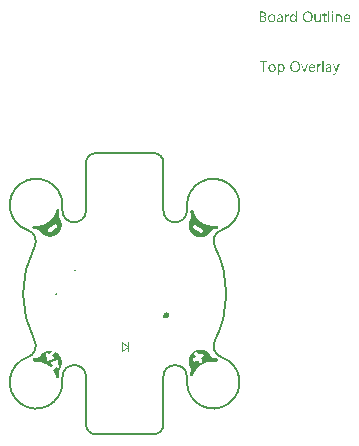
<source format=gto>
G04*
G04 #@! TF.GenerationSoftware,Altium Limited,Altium Designer,21.8.1 (53)*
G04*
G04 Layer_Color=65535*
%FSAX25Y25*%
%MOIN*%
G70*
G04*
G04 #@! TF.SameCoordinates,72787834-F71D-4475-B617-EFC6544BAEFD*
G04*
G04*
G04 #@! TF.FilePolarity,Positive*
G04*
G01*
G75*
%ADD10C,0.01968*%
%ADD11C,0.00591*%
%ADD12C,0.00394*%
%ADD13C,0.00787*%
G36*
X0069322Y0120185D02*
X0069346D01*
X0069402Y0120160D01*
X0069433Y0120142D01*
X0069464Y0120117D01*
X0069470Y0120111D01*
X0069476Y0120105D01*
X0069507Y0120068D01*
X0069532Y0120006D01*
X0069538Y0119969D01*
X0069544Y0119931D01*
Y0119925D01*
Y0119913D01*
X0069538Y0119894D01*
X0069532Y0119870D01*
X0069513Y0119808D01*
X0069489Y0119777D01*
X0069464Y0119746D01*
X0069458D01*
X0069451Y0119733D01*
X0069414Y0119709D01*
X0069359Y0119684D01*
X0069322Y0119678D01*
X0069284Y0119671D01*
X0069266D01*
X0069247Y0119678D01*
X0069222D01*
X0069161Y0119702D01*
X0069130Y0119715D01*
X0069099Y0119740D01*
Y0119746D01*
X0069086Y0119752D01*
X0069074Y0119771D01*
X0069062Y0119789D01*
X0069037Y0119851D01*
X0069031Y0119888D01*
X0069024Y0119931D01*
Y0119938D01*
Y0119950D01*
X0069031Y0119969D01*
X0069037Y0120000D01*
X0069055Y0120055D01*
X0069074Y0120086D01*
X0069099Y0120117D01*
X0069105Y0120123D01*
X0069111Y0120130D01*
X0069148Y0120154D01*
X0069210Y0120179D01*
X0069247Y0120192D01*
X0069303D01*
X0069322Y0120185D01*
D02*
G37*
G36*
X0057332Y0116521D02*
X0056929D01*
Y0116942D01*
X0056917D01*
Y0116936D01*
X0056904Y0116923D01*
X0056886Y0116898D01*
X0056867Y0116867D01*
X0056836Y0116830D01*
X0056799Y0116793D01*
X0056756Y0116750D01*
X0056706Y0116707D01*
X0056651Y0116657D01*
X0056582Y0116614D01*
X0056514Y0116577D01*
X0056434Y0116539D01*
X0056353Y0116508D01*
X0056261Y0116484D01*
X0056162Y0116471D01*
X0056056Y0116465D01*
X0056013D01*
X0055976Y0116471D01*
X0055939Y0116478D01*
X0055889Y0116484D01*
X0055784Y0116508D01*
X0055660Y0116546D01*
X0055536Y0116607D01*
X0055468Y0116645D01*
X0055413Y0116688D01*
X0055351Y0116744D01*
X0055295Y0116799D01*
Y0116806D01*
X0055283Y0116818D01*
X0055270Y0116837D01*
X0055252Y0116861D01*
X0055233Y0116892D01*
X0055208Y0116936D01*
X0055184Y0116985D01*
X0055159Y0117041D01*
X0055128Y0117103D01*
X0055103Y0117171D01*
X0055078Y0117245D01*
X0055060Y0117325D01*
X0055041Y0117412D01*
X0055029Y0117511D01*
X0055023Y0117610D01*
X0055016Y0117716D01*
Y0117722D01*
Y0117740D01*
Y0117777D01*
X0055023Y0117821D01*
X0055029Y0117870D01*
X0055035Y0117932D01*
X0055041Y0118000D01*
X0055054Y0118075D01*
X0055091Y0118235D01*
X0055146Y0118403D01*
X0055184Y0118483D01*
X0055227Y0118563D01*
X0055270Y0118638D01*
X0055326Y0118712D01*
X0055332Y0118718D01*
X0055338Y0118731D01*
X0055357Y0118749D01*
X0055382Y0118774D01*
X0055413Y0118799D01*
X0055456Y0118830D01*
X0055499Y0118867D01*
X0055549Y0118904D01*
X0055673Y0118972D01*
X0055815Y0119034D01*
X0055895Y0119053D01*
X0055982Y0119071D01*
X0056069Y0119083D01*
X0056168Y0119090D01*
X0056217D01*
X0056255Y0119083D01*
X0056292Y0119077D01*
X0056341Y0119071D01*
X0056453Y0119040D01*
X0056576Y0118991D01*
X0056638Y0118960D01*
X0056700Y0118916D01*
X0056762Y0118873D01*
X0056818Y0118817D01*
X0056867Y0118755D01*
X0056917Y0118681D01*
X0056929D01*
Y0120241D01*
X0057332D01*
Y0116521D01*
D02*
G37*
G36*
X0071600Y0119083D02*
X0071674Y0119077D01*
X0071767Y0119059D01*
X0071866Y0119028D01*
X0071971Y0118978D01*
X0072076Y0118910D01*
X0072119Y0118873D01*
X0072163Y0118824D01*
X0072175Y0118811D01*
X0072200Y0118774D01*
X0072231Y0118712D01*
X0072274Y0118625D01*
X0072311Y0118520D01*
X0072348Y0118390D01*
X0072373Y0118235D01*
X0072379Y0118056D01*
Y0116521D01*
X0071977D01*
Y0117951D01*
Y0117957D01*
Y0117988D01*
X0071971Y0118025D01*
Y0118075D01*
X0071959Y0118136D01*
X0071946Y0118204D01*
X0071927Y0118279D01*
X0071903Y0118353D01*
X0071872Y0118427D01*
X0071835Y0118495D01*
X0071785Y0118563D01*
X0071729Y0118625D01*
X0071668Y0118675D01*
X0071587Y0118712D01*
X0071500Y0118743D01*
X0071395Y0118749D01*
X0071383D01*
X0071346Y0118743D01*
X0071290Y0118737D01*
X0071222Y0118718D01*
X0071141Y0118693D01*
X0071055Y0118650D01*
X0070974Y0118595D01*
X0070894Y0118520D01*
X0070888Y0118508D01*
X0070863Y0118483D01*
X0070832Y0118433D01*
X0070795Y0118365D01*
X0070758Y0118285D01*
X0070727Y0118186D01*
X0070702Y0118075D01*
X0070696Y0117951D01*
Y0116521D01*
X0070293D01*
Y0119034D01*
X0070696D01*
Y0118613D01*
X0070708D01*
X0070714Y0118619D01*
X0070720Y0118632D01*
X0070739Y0118656D01*
X0070764Y0118687D01*
X0070789Y0118725D01*
X0070826Y0118762D01*
X0070869Y0118805D01*
X0070919Y0118854D01*
X0070974Y0118898D01*
X0071036Y0118941D01*
X0071104Y0118978D01*
X0071179Y0119015D01*
X0071253Y0119046D01*
X0071339Y0119071D01*
X0071432Y0119083D01*
X0071531Y0119090D01*
X0071569D01*
X0071600Y0119083D01*
D02*
G37*
G36*
X0054602Y0119071D02*
X0054676Y0119065D01*
X0054719Y0119053D01*
X0054750Y0119040D01*
Y0118625D01*
X0054744Y0118632D01*
X0054732Y0118638D01*
X0054707Y0118650D01*
X0054676Y0118669D01*
X0054633Y0118681D01*
X0054577Y0118693D01*
X0054515Y0118700D01*
X0054447Y0118706D01*
X0054435D01*
X0054404Y0118700D01*
X0054354Y0118693D01*
X0054298Y0118675D01*
X0054224Y0118644D01*
X0054156Y0118601D01*
X0054082Y0118539D01*
X0054014Y0118458D01*
X0054008Y0118446D01*
X0053989Y0118415D01*
X0053958Y0118359D01*
X0053927Y0118285D01*
X0053896Y0118192D01*
X0053865Y0118075D01*
X0053847Y0117945D01*
X0053840Y0117796D01*
Y0116521D01*
X0053438D01*
Y0119034D01*
X0053840D01*
Y0118514D01*
X0053853D01*
Y0118520D01*
X0053859Y0118526D01*
X0053871Y0118557D01*
X0053890Y0118607D01*
X0053921Y0118669D01*
X0053952Y0118731D01*
X0054001Y0118799D01*
X0054051Y0118867D01*
X0054113Y0118929D01*
X0054119Y0118935D01*
X0054144Y0118954D01*
X0054181Y0118978D01*
X0054230Y0119003D01*
X0054286Y0119028D01*
X0054354Y0119053D01*
X0054428Y0119071D01*
X0054509Y0119077D01*
X0054565D01*
X0054602Y0119071D01*
D02*
G37*
G36*
X0065341Y0116521D02*
X0064939D01*
Y0116917D01*
X0064927D01*
Y0116911D01*
X0064914Y0116898D01*
X0064902Y0116874D01*
X0064877Y0116849D01*
X0064821Y0116775D01*
X0064735Y0116694D01*
X0064685Y0116651D01*
X0064630Y0116607D01*
X0064568Y0116570D01*
X0064493Y0116533D01*
X0064419Y0116508D01*
X0064339Y0116484D01*
X0064246Y0116471D01*
X0064153Y0116465D01*
X0064116D01*
X0064072Y0116471D01*
X0064011Y0116484D01*
X0063942Y0116496D01*
X0063868Y0116521D01*
X0063788Y0116552D01*
X0063707Y0116601D01*
X0063621Y0116657D01*
X0063540Y0116725D01*
X0063466Y0116812D01*
X0063398Y0116917D01*
X0063336Y0117035D01*
X0063292Y0117177D01*
X0063268Y0117344D01*
X0063255Y0117431D01*
Y0117530D01*
Y0119034D01*
X0063652D01*
Y0117592D01*
Y0117586D01*
Y0117561D01*
X0063658Y0117517D01*
X0063664Y0117468D01*
X0063670Y0117406D01*
X0063683Y0117344D01*
X0063701Y0117270D01*
X0063726Y0117195D01*
X0063763Y0117121D01*
X0063800Y0117053D01*
X0063850Y0116985D01*
X0063911Y0116923D01*
X0063980Y0116874D01*
X0064060Y0116837D01*
X0064159Y0116806D01*
X0064264Y0116799D01*
X0064277D01*
X0064314Y0116806D01*
X0064370Y0116812D01*
X0064431Y0116824D01*
X0064512Y0116855D01*
X0064592Y0116892D01*
X0064673Y0116942D01*
X0064747Y0117016D01*
X0064753Y0117028D01*
X0064778Y0117053D01*
X0064809Y0117103D01*
X0064846Y0117171D01*
X0064877Y0117251D01*
X0064908Y0117350D01*
X0064933Y0117462D01*
X0064939Y0117586D01*
Y0119034D01*
X0065341D01*
Y0116521D01*
D02*
G37*
G36*
X0069476D02*
X0069074D01*
Y0119034D01*
X0069476D01*
Y0116521D01*
D02*
G37*
G36*
X0068257D02*
X0067854D01*
Y0120241D01*
X0068257D01*
Y0116521D01*
D02*
G37*
G36*
X0051878Y0119083D02*
X0051934Y0119077D01*
X0052002Y0119059D01*
X0052076Y0119040D01*
X0052157Y0119009D01*
X0052243Y0118972D01*
X0052324Y0118922D01*
X0052404Y0118861D01*
X0052479Y0118786D01*
X0052547Y0118693D01*
X0052602Y0118588D01*
X0052646Y0118465D01*
X0052671Y0118322D01*
X0052683Y0118155D01*
Y0116521D01*
X0052280D01*
Y0116911D01*
X0052268D01*
Y0116905D01*
X0052256Y0116892D01*
X0052243Y0116867D01*
X0052219Y0116843D01*
X0052157Y0116768D01*
X0052076Y0116688D01*
X0051965Y0116607D01*
X0051835Y0116533D01*
X0051754Y0116508D01*
X0051674Y0116484D01*
X0051587Y0116471D01*
X0051494Y0116465D01*
X0051457D01*
X0051432Y0116471D01*
X0051364Y0116478D01*
X0051284Y0116490D01*
X0051185Y0116515D01*
X0051092Y0116546D01*
X0050993Y0116595D01*
X0050906Y0116657D01*
X0050900Y0116669D01*
X0050875Y0116694D01*
X0050838Y0116737D01*
X0050801Y0116799D01*
X0050764Y0116874D01*
X0050727Y0116960D01*
X0050702Y0117066D01*
X0050696Y0117183D01*
Y0117189D01*
Y0117214D01*
X0050702Y0117251D01*
X0050708Y0117295D01*
X0050721Y0117350D01*
X0050739Y0117412D01*
X0050764Y0117480D01*
X0050801Y0117548D01*
X0050844Y0117623D01*
X0050900Y0117697D01*
X0050968Y0117765D01*
X0051049Y0117827D01*
X0051142Y0117889D01*
X0051253Y0117938D01*
X0051377Y0117975D01*
X0051525Y0118006D01*
X0052280Y0118112D01*
Y0118118D01*
Y0118136D01*
X0052274Y0118174D01*
Y0118211D01*
X0052262Y0118260D01*
X0052256Y0118316D01*
X0052219Y0118433D01*
X0052188Y0118489D01*
X0052157Y0118545D01*
X0052113Y0118601D01*
X0052064Y0118650D01*
X0052002Y0118693D01*
X0051934Y0118725D01*
X0051853Y0118743D01*
X0051761Y0118749D01*
X0051717D01*
X0051686Y0118743D01*
X0051643D01*
X0051600Y0118731D01*
X0051488Y0118712D01*
X0051364Y0118675D01*
X0051228Y0118619D01*
X0051154Y0118582D01*
X0051086Y0118545D01*
X0051012Y0118495D01*
X0050943Y0118440D01*
Y0118854D01*
X0050950D01*
X0050962Y0118867D01*
X0050981Y0118879D01*
X0051012Y0118892D01*
X0051042Y0118910D01*
X0051086Y0118929D01*
X0051135Y0118947D01*
X0051191Y0118972D01*
X0051315Y0119015D01*
X0051463Y0119053D01*
X0051624Y0119077D01*
X0051798Y0119090D01*
X0051835D01*
X0051878Y0119083D01*
D02*
G37*
G36*
X0046189Y0120030D02*
X0046233D01*
X0046276Y0120024D01*
X0046375Y0120012D01*
X0046493Y0119981D01*
X0046617Y0119944D01*
X0046734Y0119888D01*
X0046839Y0119814D01*
X0046846D01*
X0046852Y0119801D01*
X0046883Y0119777D01*
X0046926Y0119727D01*
X0046976Y0119659D01*
X0047019Y0119572D01*
X0047062Y0119473D01*
X0047093Y0119362D01*
X0047106Y0119300D01*
Y0119232D01*
Y0119226D01*
Y0119220D01*
Y0119183D01*
X0047100Y0119127D01*
X0047087Y0119059D01*
X0047069Y0118972D01*
X0047038Y0118885D01*
X0047000Y0118799D01*
X0046945Y0118712D01*
X0046938Y0118700D01*
X0046914Y0118675D01*
X0046877Y0118638D01*
X0046827Y0118588D01*
X0046765Y0118539D01*
X0046691Y0118483D01*
X0046598Y0118440D01*
X0046499Y0118396D01*
Y0118390D01*
X0046518D01*
X0046536Y0118384D01*
X0046555Y0118378D01*
X0046623Y0118365D01*
X0046703Y0118341D01*
X0046790Y0118304D01*
X0046883Y0118260D01*
X0046976Y0118198D01*
X0047062Y0118118D01*
X0047075Y0118105D01*
X0047100Y0118075D01*
X0047130Y0118031D01*
X0047174Y0117963D01*
X0047211Y0117876D01*
X0047248Y0117777D01*
X0047273Y0117660D01*
X0047279Y0117530D01*
Y0117524D01*
Y0117511D01*
Y0117486D01*
X0047273Y0117455D01*
X0047267Y0117418D01*
X0047260Y0117375D01*
X0047236Y0117270D01*
X0047199Y0117152D01*
X0047143Y0117028D01*
X0047106Y0116973D01*
X0047062Y0116911D01*
X0047007Y0116855D01*
X0046951Y0116799D01*
X0046945D01*
X0046938Y0116787D01*
X0046920Y0116775D01*
X0046895Y0116756D01*
X0046864Y0116737D01*
X0046821Y0116713D01*
X0046728Y0116663D01*
X0046610Y0116607D01*
X0046474Y0116564D01*
X0046313Y0116533D01*
X0046233Y0116527D01*
X0046140Y0116521D01*
X0045112D01*
Y0120037D01*
X0046159D01*
X0046189Y0120030D01*
D02*
G37*
G36*
X0066685Y0119034D02*
X0067322D01*
Y0118687D01*
X0066685D01*
Y0117270D01*
Y0117257D01*
Y0117227D01*
X0066691Y0117183D01*
X0066697Y0117127D01*
X0066722Y0117010D01*
X0066740Y0116954D01*
X0066771Y0116911D01*
X0066777Y0116905D01*
X0066790Y0116892D01*
X0066808Y0116880D01*
X0066839Y0116861D01*
X0066877Y0116837D01*
X0066926Y0116824D01*
X0066988Y0116812D01*
X0067056Y0116806D01*
X0067081D01*
X0067112Y0116812D01*
X0067149Y0116818D01*
X0067235Y0116843D01*
X0067279Y0116861D01*
X0067322Y0116886D01*
Y0116539D01*
X0067316D01*
X0067297Y0116527D01*
X0067266Y0116521D01*
X0067223Y0116508D01*
X0067167Y0116496D01*
X0067106Y0116484D01*
X0067031Y0116478D01*
X0066945Y0116471D01*
X0066914D01*
X0066883Y0116478D01*
X0066839Y0116484D01*
X0066790Y0116496D01*
X0066734Y0116508D01*
X0066678Y0116533D01*
X0066616Y0116564D01*
X0066555Y0116601D01*
X0066493Y0116651D01*
X0066437Y0116707D01*
X0066387Y0116781D01*
X0066344Y0116861D01*
X0066313Y0116960D01*
X0066289Y0117072D01*
X0066282Y0117202D01*
Y0118687D01*
X0065855D01*
Y0119034D01*
X0066282D01*
Y0119647D01*
X0066685Y0119777D01*
Y0119034D01*
D02*
G37*
G36*
X0074212Y0119083D02*
X0074255Y0119077D01*
X0074298Y0119071D01*
X0074410Y0119053D01*
X0074533Y0119009D01*
X0074657Y0118954D01*
X0074719Y0118916D01*
X0074781Y0118873D01*
X0074837Y0118824D01*
X0074893Y0118768D01*
X0074899Y0118762D01*
X0074905Y0118755D01*
X0074917Y0118737D01*
X0074936Y0118712D01*
X0074954Y0118675D01*
X0074979Y0118638D01*
X0075004Y0118595D01*
X0075029Y0118539D01*
X0075054Y0118477D01*
X0075078Y0118415D01*
X0075103Y0118341D01*
X0075122Y0118260D01*
X0075140Y0118174D01*
X0075152Y0118087D01*
X0075165Y0117988D01*
Y0117883D01*
Y0117672D01*
X0073388D01*
Y0117666D01*
Y0117654D01*
Y0117635D01*
X0073395Y0117604D01*
X0073401Y0117567D01*
Y0117530D01*
X0073419Y0117431D01*
X0073450Y0117332D01*
X0073487Y0117220D01*
X0073543Y0117115D01*
X0073611Y0117022D01*
X0073624Y0117010D01*
X0073648Y0116985D01*
X0073698Y0116954D01*
X0073766Y0116911D01*
X0073853Y0116867D01*
X0073952Y0116837D01*
X0074069Y0116812D01*
X0074205Y0116799D01*
X0074249D01*
X0074280Y0116806D01*
X0074317D01*
X0074360Y0116812D01*
X0074465Y0116837D01*
X0074583Y0116867D01*
X0074713Y0116917D01*
X0074849Y0116985D01*
X0074917Y0117028D01*
X0074985Y0117078D01*
Y0116700D01*
X0074979D01*
X0074973Y0116688D01*
X0074954Y0116682D01*
X0074923Y0116663D01*
X0074893Y0116645D01*
X0074855Y0116626D01*
X0074806Y0116607D01*
X0074756Y0116583D01*
X0074695Y0116558D01*
X0074626Y0116539D01*
X0074478Y0116502D01*
X0074304Y0116478D01*
X0074113Y0116465D01*
X0074063D01*
X0074026Y0116471D01*
X0073983Y0116478D01*
X0073927Y0116484D01*
X0073809Y0116508D01*
X0073673Y0116546D01*
X0073537Y0116607D01*
X0073469Y0116651D01*
X0073401Y0116694D01*
X0073339Y0116744D01*
X0073277Y0116806D01*
X0073271Y0116812D01*
X0073265Y0116824D01*
X0073252Y0116843D01*
X0073227Y0116867D01*
X0073209Y0116905D01*
X0073184Y0116948D01*
X0073153Y0116997D01*
X0073128Y0117053D01*
X0073097Y0117115D01*
X0073073Y0117189D01*
X0073042Y0117270D01*
X0073023Y0117357D01*
X0073005Y0117449D01*
X0072986Y0117548D01*
X0072980Y0117654D01*
X0072974Y0117765D01*
Y0117771D01*
Y0117790D01*
Y0117821D01*
X0072980Y0117864D01*
X0072986Y0117914D01*
X0072992Y0117969D01*
X0072998Y0118037D01*
X0073017Y0118105D01*
X0073054Y0118254D01*
X0073110Y0118415D01*
X0073147Y0118495D01*
X0073197Y0118570D01*
X0073246Y0118650D01*
X0073302Y0118718D01*
X0073308Y0118725D01*
X0073320Y0118737D01*
X0073339Y0118755D01*
X0073364Y0118774D01*
X0073395Y0118805D01*
X0073432Y0118836D01*
X0073481Y0118867D01*
X0073531Y0118904D01*
X0073648Y0118972D01*
X0073791Y0119034D01*
X0073871Y0119053D01*
X0073952Y0119071D01*
X0074038Y0119083D01*
X0074131Y0119090D01*
X0074181D01*
X0074212Y0119083D01*
D02*
G37*
G36*
X0061169Y0120092D02*
X0061231Y0120086D01*
X0061305Y0120074D01*
X0061386Y0120055D01*
X0061473Y0120037D01*
X0061559Y0120012D01*
X0061658Y0119981D01*
X0061751Y0119938D01*
X0061850Y0119888D01*
X0061949Y0119833D01*
X0062042Y0119764D01*
X0062135Y0119690D01*
X0062222Y0119603D01*
X0062228Y0119597D01*
X0062240Y0119579D01*
X0062265Y0119554D01*
X0062290Y0119517D01*
X0062327Y0119467D01*
X0062364Y0119405D01*
X0062401Y0119337D01*
X0062445Y0119263D01*
X0062488Y0119170D01*
X0062525Y0119077D01*
X0062562Y0118972D01*
X0062599Y0118854D01*
X0062624Y0118737D01*
X0062649Y0118607D01*
X0062661Y0118465D01*
X0062667Y0118322D01*
Y0118310D01*
Y0118285D01*
Y0118242D01*
X0062661Y0118180D01*
X0062655Y0118105D01*
X0062643Y0118025D01*
X0062630Y0117932D01*
X0062612Y0117827D01*
X0062587Y0117722D01*
X0062556Y0117610D01*
X0062519Y0117499D01*
X0062475Y0117387D01*
X0062420Y0117270D01*
X0062358Y0117165D01*
X0062290Y0117059D01*
X0062209Y0116960D01*
X0062203Y0116954D01*
X0062191Y0116942D01*
X0062160Y0116917D01*
X0062129Y0116886D01*
X0062079Y0116843D01*
X0062024Y0116806D01*
X0061962Y0116756D01*
X0061887Y0116713D01*
X0061807Y0116669D01*
X0061714Y0116620D01*
X0061615Y0116583D01*
X0061504Y0116546D01*
X0061386Y0116508D01*
X0061262Y0116484D01*
X0061132Y0116471D01*
X0060990Y0116465D01*
X0060959D01*
X0060915Y0116471D01*
X0060866D01*
X0060804Y0116478D01*
X0060730Y0116490D01*
X0060649Y0116508D01*
X0060557Y0116527D01*
X0060464Y0116552D01*
X0060365Y0116583D01*
X0060266Y0116626D01*
X0060167Y0116669D01*
X0060067Y0116725D01*
X0059969Y0116793D01*
X0059876Y0116867D01*
X0059789Y0116954D01*
X0059783Y0116960D01*
X0059770Y0116979D01*
X0059746Y0117004D01*
X0059721Y0117041D01*
X0059684Y0117090D01*
X0059647Y0117152D01*
X0059609Y0117220D01*
X0059566Y0117301D01*
X0059523Y0117387D01*
X0059486Y0117480D01*
X0059448Y0117586D01*
X0059411Y0117703D01*
X0059387Y0117821D01*
X0059362Y0117951D01*
X0059350Y0118093D01*
X0059343Y0118235D01*
Y0118248D01*
Y0118273D01*
X0059350Y0118316D01*
Y0118378D01*
X0059356Y0118446D01*
X0059368Y0118533D01*
X0059380Y0118625D01*
X0059399Y0118725D01*
X0059424Y0118830D01*
X0059455Y0118941D01*
X0059492Y0119053D01*
X0059535Y0119164D01*
X0059591Y0119275D01*
X0059653Y0119387D01*
X0059721Y0119492D01*
X0059801Y0119591D01*
X0059807Y0119597D01*
X0059820Y0119616D01*
X0059851Y0119641D01*
X0059888Y0119671D01*
X0059931Y0119709D01*
X0059987Y0119752D01*
X0060055Y0119795D01*
X0060129Y0119845D01*
X0060216Y0119894D01*
X0060309Y0119938D01*
X0060408Y0119981D01*
X0060519Y0120018D01*
X0060643Y0120049D01*
X0060773Y0120080D01*
X0060909Y0120092D01*
X0061052Y0120099D01*
X0061120D01*
X0061169Y0120092D01*
D02*
G37*
G36*
X0049142Y0119083D02*
X0049185Y0119077D01*
X0049241Y0119071D01*
X0049365Y0119046D01*
X0049507Y0119003D01*
X0049650Y0118941D01*
X0049724Y0118904D01*
X0049792Y0118861D01*
X0049860Y0118805D01*
X0049922Y0118743D01*
X0049928Y0118737D01*
X0049935Y0118725D01*
X0049953Y0118706D01*
X0049972Y0118681D01*
X0049996Y0118644D01*
X0050021Y0118601D01*
X0050052Y0118551D01*
X0050083Y0118495D01*
X0050108Y0118427D01*
X0050139Y0118359D01*
X0050164Y0118279D01*
X0050188Y0118192D01*
X0050207Y0118099D01*
X0050225Y0118000D01*
X0050232Y0117895D01*
X0050238Y0117784D01*
Y0117777D01*
Y0117759D01*
Y0117728D01*
X0050232Y0117684D01*
X0050225Y0117635D01*
X0050219Y0117573D01*
X0050207Y0117511D01*
X0050195Y0117437D01*
X0050157Y0117288D01*
X0050095Y0117127D01*
X0050058Y0117047D01*
X0050009Y0116966D01*
X0049959Y0116892D01*
X0049897Y0116824D01*
X0049891Y0116818D01*
X0049879Y0116812D01*
X0049860Y0116793D01*
X0049835Y0116768D01*
X0049798Y0116744D01*
X0049761Y0116713D01*
X0049712Y0116676D01*
X0049656Y0116645D01*
X0049594Y0116614D01*
X0049526Y0116577D01*
X0049452Y0116546D01*
X0049371Y0116521D01*
X0049284Y0116496D01*
X0049192Y0116484D01*
X0049093Y0116471D01*
X0048987Y0116465D01*
X0048932D01*
X0048895Y0116471D01*
X0048851Y0116478D01*
X0048796Y0116484D01*
X0048734Y0116496D01*
X0048665Y0116508D01*
X0048523Y0116552D01*
X0048375Y0116614D01*
X0048300Y0116651D01*
X0048232Y0116700D01*
X0048164Y0116750D01*
X0048096Y0116812D01*
X0048090Y0116818D01*
X0048084Y0116830D01*
X0048065Y0116849D01*
X0048046Y0116874D01*
X0048022Y0116911D01*
X0047991Y0116954D01*
X0047960Y0117004D01*
X0047935Y0117059D01*
X0047904Y0117127D01*
X0047873Y0117195D01*
X0047842Y0117270D01*
X0047818Y0117357D01*
X0047780Y0117542D01*
X0047774Y0117641D01*
X0047768Y0117746D01*
Y0117753D01*
Y0117777D01*
Y0117808D01*
X0047774Y0117852D01*
X0047780Y0117901D01*
X0047787Y0117963D01*
X0047799Y0118031D01*
X0047811Y0118105D01*
X0047848Y0118266D01*
X0047910Y0118427D01*
X0047954Y0118508D01*
X0047997Y0118588D01*
X0048046Y0118663D01*
X0048108Y0118731D01*
X0048115Y0118737D01*
X0048127Y0118749D01*
X0048146Y0118762D01*
X0048170Y0118786D01*
X0048208Y0118811D01*
X0048251Y0118842D01*
X0048300Y0118879D01*
X0048356Y0118910D01*
X0048418Y0118941D01*
X0048492Y0118978D01*
X0048566Y0119009D01*
X0048653Y0119034D01*
X0048740Y0119059D01*
X0048839Y0119077D01*
X0048944Y0119083D01*
X0049049Y0119090D01*
X0049105D01*
X0049142Y0119083D01*
D02*
G37*
G36*
X0052355Y0102494D02*
X0052398Y0102487D01*
X0052441Y0102481D01*
X0052553Y0102456D01*
X0052677Y0102419D01*
X0052800Y0102357D01*
X0052862Y0102320D01*
X0052924Y0102271D01*
X0052980Y0102221D01*
X0053036Y0102159D01*
X0053042Y0102153D01*
X0053048Y0102147D01*
X0053060Y0102122D01*
X0053079Y0102097D01*
X0053098Y0102066D01*
X0053122Y0102023D01*
X0053147Y0101974D01*
X0053172Y0101924D01*
X0053197Y0101862D01*
X0053221Y0101794D01*
X0053246Y0101720D01*
X0053265Y0101639D01*
X0053296Y0101460D01*
X0053308Y0101361D01*
Y0101256D01*
Y0101249D01*
Y0101231D01*
Y0101194D01*
X0053302Y0101150D01*
Y0101101D01*
X0053289Y0101039D01*
X0053283Y0100971D01*
X0053271Y0100897D01*
X0053234Y0100736D01*
X0053178Y0100568D01*
X0053141Y0100488D01*
X0053104Y0100408D01*
X0053054Y0100327D01*
X0052999Y0100253D01*
X0052992Y0100247D01*
X0052986Y0100234D01*
X0052968Y0100216D01*
X0052943Y0100197D01*
X0052912Y0100166D01*
X0052875Y0100135D01*
X0052831Y0100098D01*
X0052782Y0100067D01*
X0052726Y0100030D01*
X0052664Y0099993D01*
X0052516Y0099937D01*
X0052435Y0099912D01*
X0052355Y0099894D01*
X0052262Y0099881D01*
X0052163Y0099875D01*
X0052113D01*
X0052082Y0099881D01*
X0052039Y0099888D01*
X0051996Y0099900D01*
X0051884Y0099925D01*
X0051767Y0099974D01*
X0051699Y0100011D01*
X0051637Y0100048D01*
X0051575Y0100098D01*
X0051519Y0100154D01*
X0051457Y0100216D01*
X0051408Y0100290D01*
X0051395D01*
Y0098779D01*
X0050993D01*
Y0102444D01*
X0051395D01*
Y0101998D01*
X0051408D01*
X0051414Y0102005D01*
X0051420Y0102023D01*
X0051439Y0102048D01*
X0051463Y0102079D01*
X0051494Y0102116D01*
X0051531Y0102159D01*
X0051575Y0102203D01*
X0051631Y0102252D01*
X0051686Y0102295D01*
X0051748Y0102339D01*
X0051822Y0102382D01*
X0051897Y0102419D01*
X0051983Y0102456D01*
X0052076Y0102481D01*
X0052169Y0102494D01*
X0052274Y0102500D01*
X0052324D01*
X0052355Y0102494D01*
D02*
G37*
G36*
X0065310Y0102481D02*
X0065385Y0102475D01*
X0065428Y0102463D01*
X0065459Y0102450D01*
Y0102035D01*
X0065453Y0102042D01*
X0065440Y0102048D01*
X0065416Y0102060D01*
X0065385Y0102079D01*
X0065341Y0102091D01*
X0065286Y0102103D01*
X0065224Y0102110D01*
X0065156Y0102116D01*
X0065143D01*
X0065112Y0102110D01*
X0065063Y0102103D01*
X0065007Y0102085D01*
X0064933Y0102054D01*
X0064865Y0102011D01*
X0064790Y0101949D01*
X0064722Y0101868D01*
X0064716Y0101856D01*
X0064698Y0101825D01*
X0064667Y0101769D01*
X0064636Y0101695D01*
X0064605Y0101602D01*
X0064574Y0101485D01*
X0064555Y0101355D01*
X0064549Y0101206D01*
Y0099931D01*
X0064147D01*
Y0102444D01*
X0064549D01*
Y0101924D01*
X0064561D01*
Y0101930D01*
X0064568Y0101936D01*
X0064580Y0101967D01*
X0064599Y0102017D01*
X0064630Y0102079D01*
X0064661Y0102141D01*
X0064710Y0102209D01*
X0064759Y0102277D01*
X0064821Y0102339D01*
X0064828Y0102345D01*
X0064852Y0102364D01*
X0064890Y0102388D01*
X0064939Y0102413D01*
X0064995Y0102438D01*
X0065063Y0102463D01*
X0065137Y0102481D01*
X0065218Y0102487D01*
X0065273D01*
X0065310Y0102481D01*
D02*
G37*
G36*
X0070516Y0099528D02*
X0070510Y0099522D01*
X0070504Y0099498D01*
X0070485Y0099454D01*
X0070460Y0099405D01*
X0070430Y0099349D01*
X0070386Y0099281D01*
X0070343Y0099213D01*
X0070293Y0099138D01*
X0070231Y0099064D01*
X0070170Y0098996D01*
X0070095Y0098928D01*
X0070015Y0098872D01*
X0069934Y0098823D01*
X0069841Y0098779D01*
X0069749Y0098755D01*
X0069643Y0098749D01*
X0069588D01*
X0069551Y0098755D01*
X0069470Y0098767D01*
X0069384Y0098786D01*
Y0099145D01*
X0069390D01*
X0069408Y0099138D01*
X0069433Y0099132D01*
X0069464Y0099126D01*
X0069538Y0099108D01*
X0069619Y0099101D01*
X0069631D01*
X0069668Y0099108D01*
X0069724Y0099120D01*
X0069792Y0099145D01*
X0069866Y0099188D01*
X0069903Y0099219D01*
X0069941Y0099256D01*
X0069978Y0099293D01*
X0070015Y0099343D01*
X0070046Y0099398D01*
X0070077Y0099460D01*
X0070281Y0099931D01*
X0069297Y0102444D01*
X0069743D01*
X0070423Y0100506D01*
Y0100500D01*
X0070430Y0100488D01*
X0070436Y0100469D01*
X0070442Y0100445D01*
X0070448Y0100408D01*
X0070460Y0100370D01*
X0070473Y0100315D01*
X0070491D01*
Y0100327D01*
X0070504Y0100364D01*
X0070516Y0100420D01*
X0070541Y0100500D01*
X0071253Y0102444D01*
X0071668D01*
X0070516Y0099528D01*
D02*
G37*
G36*
X0060086Y0099931D02*
X0059690D01*
X0058737Y0102444D01*
X0059176D01*
X0059820Y0100618D01*
X0059826Y0100612D01*
X0059832Y0100587D01*
X0059845Y0100544D01*
X0059857Y0100500D01*
X0059869Y0100445D01*
X0059888Y0100383D01*
X0059907Y0100265D01*
X0059913D01*
Y0100271D01*
X0059919Y0100296D01*
X0059925Y0100333D01*
X0059931Y0100376D01*
X0059944Y0100432D01*
X0059956Y0100488D01*
X0059993Y0100606D01*
X0060662Y0102444D01*
X0061083D01*
X0060086Y0099931D01*
D02*
G37*
G36*
X0068108Y0102494D02*
X0068164Y0102487D01*
X0068232Y0102469D01*
X0068306Y0102450D01*
X0068387Y0102419D01*
X0068474Y0102382D01*
X0068554Y0102333D01*
X0068634Y0102271D01*
X0068709Y0102196D01*
X0068777Y0102103D01*
X0068832Y0101998D01*
X0068876Y0101874D01*
X0068901Y0101732D01*
X0068913Y0101565D01*
Y0099931D01*
X0068511D01*
Y0100321D01*
X0068498D01*
Y0100315D01*
X0068486Y0100302D01*
X0068474Y0100277D01*
X0068449Y0100253D01*
X0068387Y0100178D01*
X0068306Y0100098D01*
X0068195Y0100017D01*
X0068065Y0099943D01*
X0067984Y0099919D01*
X0067904Y0099894D01*
X0067817Y0099881D01*
X0067725Y0099875D01*
X0067687D01*
X0067663Y0099881D01*
X0067594Y0099888D01*
X0067514Y0099900D01*
X0067415Y0099925D01*
X0067322Y0099956D01*
X0067223Y0100005D01*
X0067137Y0100067D01*
X0067130Y0100079D01*
X0067106Y0100104D01*
X0067068Y0100147D01*
X0067031Y0100209D01*
X0066994Y0100284D01*
X0066957Y0100370D01*
X0066932Y0100476D01*
X0066926Y0100593D01*
Y0100599D01*
Y0100624D01*
X0066932Y0100661D01*
X0066938Y0100705D01*
X0066951Y0100760D01*
X0066969Y0100822D01*
X0066994Y0100890D01*
X0067031Y0100958D01*
X0067075Y0101033D01*
X0067130Y0101107D01*
X0067198Y0101175D01*
X0067279Y0101237D01*
X0067372Y0101299D01*
X0067483Y0101348D01*
X0067607Y0101385D01*
X0067756Y0101416D01*
X0068511Y0101522D01*
Y0101528D01*
Y0101546D01*
X0068505Y0101584D01*
Y0101621D01*
X0068492Y0101670D01*
X0068486Y0101726D01*
X0068449Y0101844D01*
X0068418Y0101899D01*
X0068387Y0101955D01*
X0068344Y0102011D01*
X0068294Y0102060D01*
X0068232Y0102103D01*
X0068164Y0102135D01*
X0068084Y0102153D01*
X0067991Y0102159D01*
X0067947D01*
X0067916Y0102153D01*
X0067873D01*
X0067830Y0102141D01*
X0067718Y0102122D01*
X0067594Y0102085D01*
X0067458Y0102029D01*
X0067384Y0101992D01*
X0067316Y0101955D01*
X0067242Y0101906D01*
X0067174Y0101850D01*
Y0102264D01*
X0067180D01*
X0067192Y0102277D01*
X0067211Y0102289D01*
X0067242Y0102302D01*
X0067273Y0102320D01*
X0067316Y0102339D01*
X0067365Y0102357D01*
X0067421Y0102382D01*
X0067545Y0102425D01*
X0067694Y0102463D01*
X0067854Y0102487D01*
X0068028Y0102500D01*
X0068065D01*
X0068108Y0102494D01*
D02*
G37*
G36*
X0066295Y0099931D02*
X0065892D01*
Y0103651D01*
X0066295D01*
Y0099931D01*
D02*
G37*
G36*
X0047551Y0103075D02*
X0046536D01*
Y0099931D01*
X0046128D01*
Y0103075D01*
X0045112D01*
Y0103447D01*
X0047551D01*
Y0103075D01*
D02*
G37*
G36*
X0062587Y0102494D02*
X0062630Y0102487D01*
X0062673Y0102481D01*
X0062785Y0102463D01*
X0062909Y0102419D01*
X0063033Y0102364D01*
X0063094Y0102326D01*
X0063156Y0102283D01*
X0063212Y0102234D01*
X0063268Y0102178D01*
X0063274Y0102172D01*
X0063280Y0102165D01*
X0063292Y0102147D01*
X0063311Y0102122D01*
X0063330Y0102085D01*
X0063354Y0102048D01*
X0063379Y0102005D01*
X0063404Y0101949D01*
X0063429Y0101887D01*
X0063453Y0101825D01*
X0063478Y0101751D01*
X0063497Y0101670D01*
X0063515Y0101584D01*
X0063528Y0101497D01*
X0063540Y0101398D01*
Y0101293D01*
Y0101082D01*
X0061764D01*
Y0101076D01*
Y0101064D01*
Y0101045D01*
X0061770Y0101014D01*
X0061776Y0100977D01*
Y0100940D01*
X0061795Y0100841D01*
X0061826Y0100742D01*
X0061863Y0100630D01*
X0061918Y0100525D01*
X0061986Y0100432D01*
X0061999Y0100420D01*
X0062024Y0100395D01*
X0062073Y0100364D01*
X0062141Y0100321D01*
X0062228Y0100277D01*
X0062327Y0100247D01*
X0062445Y0100222D01*
X0062581Y0100209D01*
X0062624D01*
X0062655Y0100216D01*
X0062692D01*
X0062735Y0100222D01*
X0062841Y0100247D01*
X0062958Y0100277D01*
X0063088Y0100327D01*
X0063224Y0100395D01*
X0063292Y0100438D01*
X0063361Y0100488D01*
Y0100110D01*
X0063354D01*
X0063348Y0100098D01*
X0063330Y0100092D01*
X0063299Y0100073D01*
X0063268Y0100055D01*
X0063231Y0100036D01*
X0063181Y0100017D01*
X0063132Y0099993D01*
X0063070Y0099968D01*
X0063002Y0099949D01*
X0062853Y0099912D01*
X0062680Y0099888D01*
X0062488Y0099875D01*
X0062438D01*
X0062401Y0099881D01*
X0062358Y0099888D01*
X0062302Y0099894D01*
X0062185Y0099919D01*
X0062048Y0099956D01*
X0061912Y0100017D01*
X0061844Y0100061D01*
X0061776Y0100104D01*
X0061714Y0100154D01*
X0061652Y0100216D01*
X0061646Y0100222D01*
X0061640Y0100234D01*
X0061627Y0100253D01*
X0061603Y0100277D01*
X0061584Y0100315D01*
X0061559Y0100358D01*
X0061528Y0100408D01*
X0061504Y0100463D01*
X0061473Y0100525D01*
X0061448Y0100599D01*
X0061417Y0100680D01*
X0061398Y0100767D01*
X0061380Y0100859D01*
X0061361Y0100958D01*
X0061355Y0101064D01*
X0061349Y0101175D01*
Y0101181D01*
Y0101200D01*
Y0101231D01*
X0061355Y0101274D01*
X0061361Y0101324D01*
X0061367Y0101379D01*
X0061374Y0101447D01*
X0061392Y0101515D01*
X0061429Y0101664D01*
X0061485Y0101825D01*
X0061522Y0101906D01*
X0061572Y0101980D01*
X0061621Y0102060D01*
X0061677Y0102128D01*
X0061683Y0102135D01*
X0061695Y0102147D01*
X0061714Y0102165D01*
X0061739Y0102184D01*
X0061770Y0102215D01*
X0061807Y0102246D01*
X0061856Y0102277D01*
X0061906Y0102314D01*
X0062024Y0102382D01*
X0062166Y0102444D01*
X0062246Y0102463D01*
X0062327Y0102481D01*
X0062414Y0102494D01*
X0062506Y0102500D01*
X0062556D01*
X0062587Y0102494D01*
D02*
G37*
G36*
X0056972Y0103503D02*
X0057034Y0103496D01*
X0057109Y0103484D01*
X0057189Y0103465D01*
X0057276Y0103447D01*
X0057363Y0103422D01*
X0057462Y0103391D01*
X0057554Y0103348D01*
X0057653Y0103298D01*
X0057752Y0103243D01*
X0057845Y0103174D01*
X0057938Y0103100D01*
X0058025Y0103014D01*
X0058031Y0103007D01*
X0058043Y0102989D01*
X0058068Y0102964D01*
X0058093Y0102927D01*
X0058130Y0102877D01*
X0058167Y0102815D01*
X0058204Y0102747D01*
X0058248Y0102673D01*
X0058291Y0102580D01*
X0058328Y0102487D01*
X0058365Y0102382D01*
X0058402Y0102264D01*
X0058427Y0102147D01*
X0058452Y0102017D01*
X0058464Y0101874D01*
X0058470Y0101732D01*
Y0101720D01*
Y0101695D01*
Y0101652D01*
X0058464Y0101590D01*
X0058458Y0101515D01*
X0058446Y0101435D01*
X0058433Y0101342D01*
X0058415Y0101237D01*
X0058390Y0101132D01*
X0058359Y0101020D01*
X0058322Y0100909D01*
X0058279Y0100797D01*
X0058223Y0100680D01*
X0058161Y0100575D01*
X0058093Y0100469D01*
X0058012Y0100370D01*
X0058006Y0100364D01*
X0057994Y0100352D01*
X0057963Y0100327D01*
X0057932Y0100296D01*
X0057882Y0100253D01*
X0057827Y0100216D01*
X0057765Y0100166D01*
X0057691Y0100123D01*
X0057610Y0100079D01*
X0057517Y0100030D01*
X0057418Y0099993D01*
X0057307Y0099956D01*
X0057189Y0099919D01*
X0057065Y0099894D01*
X0056935Y0099881D01*
X0056793Y0099875D01*
X0056762D01*
X0056719Y0099881D01*
X0056669D01*
X0056607Y0099888D01*
X0056533Y0099900D01*
X0056453Y0099919D01*
X0056360Y0099937D01*
X0056267Y0099962D01*
X0056168Y0099993D01*
X0056069Y0100036D01*
X0055970Y0100079D01*
X0055871Y0100135D01*
X0055772Y0100203D01*
X0055679Y0100277D01*
X0055592Y0100364D01*
X0055586Y0100370D01*
X0055574Y0100389D01*
X0055549Y0100414D01*
X0055524Y0100451D01*
X0055487Y0100500D01*
X0055450Y0100562D01*
X0055413Y0100630D01*
X0055369Y0100711D01*
X0055326Y0100797D01*
X0055289Y0100890D01*
X0055252Y0100996D01*
X0055215Y0101113D01*
X0055190Y0101231D01*
X0055165Y0101361D01*
X0055153Y0101503D01*
X0055146Y0101646D01*
Y0101658D01*
Y0101683D01*
X0055153Y0101726D01*
Y0101788D01*
X0055159Y0101856D01*
X0055171Y0101943D01*
X0055184Y0102035D01*
X0055202Y0102135D01*
X0055227Y0102240D01*
X0055258Y0102351D01*
X0055295Y0102463D01*
X0055338Y0102574D01*
X0055394Y0102685D01*
X0055456Y0102797D01*
X0055524Y0102902D01*
X0055604Y0103001D01*
X0055611Y0103007D01*
X0055623Y0103026D01*
X0055654Y0103051D01*
X0055691Y0103082D01*
X0055734Y0103119D01*
X0055790Y0103162D01*
X0055858Y0103205D01*
X0055933Y0103255D01*
X0056019Y0103304D01*
X0056112Y0103348D01*
X0056211Y0103391D01*
X0056323Y0103428D01*
X0056446Y0103459D01*
X0056576Y0103490D01*
X0056713Y0103503D01*
X0056855Y0103509D01*
X0056923D01*
X0056972Y0103503D01*
D02*
G37*
G36*
X0049254Y0102494D02*
X0049297Y0102487D01*
X0049353Y0102481D01*
X0049476Y0102456D01*
X0049619Y0102413D01*
X0049761Y0102351D01*
X0049835Y0102314D01*
X0049904Y0102271D01*
X0049972Y0102215D01*
X0050033Y0102153D01*
X0050040Y0102147D01*
X0050046Y0102135D01*
X0050064Y0102116D01*
X0050083Y0102091D01*
X0050108Y0102054D01*
X0050133Y0102011D01*
X0050164Y0101961D01*
X0050195Y0101906D01*
X0050219Y0101837D01*
X0050250Y0101769D01*
X0050275Y0101689D01*
X0050300Y0101602D01*
X0050318Y0101509D01*
X0050337Y0101410D01*
X0050343Y0101305D01*
X0050349Y0101194D01*
Y0101187D01*
Y0101169D01*
Y0101138D01*
X0050343Y0101095D01*
X0050337Y0101045D01*
X0050331Y0100983D01*
X0050318Y0100921D01*
X0050306Y0100847D01*
X0050269Y0100698D01*
X0050207Y0100538D01*
X0050170Y0100457D01*
X0050120Y0100376D01*
X0050071Y0100302D01*
X0050009Y0100234D01*
X0050003Y0100228D01*
X0049990Y0100222D01*
X0049972Y0100203D01*
X0049947Y0100178D01*
X0049910Y0100154D01*
X0049873Y0100123D01*
X0049823Y0100086D01*
X0049767Y0100055D01*
X0049705Y0100024D01*
X0049637Y0099987D01*
X0049563Y0099956D01*
X0049483Y0099931D01*
X0049396Y0099906D01*
X0049303Y0099894D01*
X0049204Y0099881D01*
X0049099Y0099875D01*
X0049043D01*
X0049006Y0099881D01*
X0048963Y0099888D01*
X0048907Y0099894D01*
X0048845Y0099906D01*
X0048777Y0099919D01*
X0048635Y0099962D01*
X0048486Y0100024D01*
X0048412Y0100061D01*
X0048344Y0100110D01*
X0048276Y0100160D01*
X0048208Y0100222D01*
X0048201Y0100228D01*
X0048195Y0100240D01*
X0048177Y0100259D01*
X0048158Y0100284D01*
X0048133Y0100321D01*
X0048102Y0100364D01*
X0048071Y0100414D01*
X0048046Y0100469D01*
X0048016Y0100538D01*
X0047985Y0100606D01*
X0047954Y0100680D01*
X0047929Y0100767D01*
X0047892Y0100952D01*
X0047886Y0101051D01*
X0047879Y0101156D01*
Y0101163D01*
Y0101187D01*
Y0101218D01*
X0047886Y0101262D01*
X0047892Y0101311D01*
X0047898Y0101373D01*
X0047910Y0101441D01*
X0047923Y0101515D01*
X0047960Y0101676D01*
X0048022Y0101837D01*
X0048065Y0101918D01*
X0048108Y0101998D01*
X0048158Y0102073D01*
X0048220Y0102141D01*
X0048226Y0102147D01*
X0048238Y0102159D01*
X0048257Y0102172D01*
X0048282Y0102196D01*
X0048319Y0102221D01*
X0048362Y0102252D01*
X0048412Y0102289D01*
X0048467Y0102320D01*
X0048529Y0102351D01*
X0048604Y0102388D01*
X0048678Y0102419D01*
X0048765Y0102444D01*
X0048851Y0102469D01*
X0048950Y0102487D01*
X0049055Y0102494D01*
X0049161Y0102500D01*
X0049216D01*
X0049254Y0102494D01*
D02*
G37*
G36*
X-0022266Y0054145D02*
X-0022203Y0054138D01*
X-0022141Y0054123D01*
X-0022082Y0054102D01*
X-0022025Y0054074D01*
X-0021971Y0054040D01*
X-0021922Y0054000D01*
X-0021878Y0053955D01*
X-0021838Y0053905D01*
X-0021805Y0053851D01*
X-0021778Y0053794D01*
X-0021757Y0053734D01*
X-0021744Y0053672D01*
X-0021737Y0053609D01*
X-0021737Y0053546D01*
X-0021745Y0053483D01*
X-0021756Y0053435D01*
X-0021756Y0053435D01*
X-0021756Y0053435D01*
X-0021770Y0053381D01*
X-0021841Y0053138D01*
X-0021919Y0052898D01*
X-0021919Y0052898D01*
X-0021920Y0052898D01*
X-0021921Y0052895D01*
X-0021921Y0052894D01*
X-0021942Y0052830D01*
X-0021974Y0052714D01*
X-0021999Y0052596D01*
X-0022016Y0052477D01*
X-0022026Y0052357D01*
X-0022029Y0052236D01*
X-0022024Y0052116D01*
X-0022013Y0051996D01*
X-0021994Y0051877D01*
X-0021968Y0051759D01*
X-0021935Y0051643D01*
X-0021894Y0051530D01*
X-0021848Y0051419D01*
X-0021794Y0051311D01*
X-0021734Y0051206D01*
X-0021678Y0051120D01*
X-0021678Y0051120D01*
X-0021602Y0051006D01*
X-0021513Y0050860D01*
X-0021431Y0050710D01*
X-0021355Y0050557D01*
X-0021287Y0050401D01*
X-0021225Y0050242D01*
X-0021170Y0050080D01*
X-0021122Y0049916D01*
X-0021082Y0049751D01*
X-0021048Y0049583D01*
X-0021023Y0049415D01*
X-0021004Y0049245D01*
X-0020993Y0049075D01*
X-0020989Y0048904D01*
X-0020993Y0048733D01*
X-0021004Y0048563D01*
X-0021023Y0048393D01*
X-0021048Y0048225D01*
X-0021082Y0048057D01*
X-0021122Y0047892D01*
X-0021170Y0047728D01*
X-0021225Y0047566D01*
X-0021287Y0047407D01*
X-0021355Y0047251D01*
X-0021431Y0047098D01*
X-0021513Y0046948D01*
X-0021602Y0046802D01*
X-0021696Y0046660D01*
X-0021797Y0046523D01*
X-0021904Y0046389D01*
X-0022017Y0046261D01*
X-0022135Y0046138D01*
X-0022258Y0046020D01*
X-0022386Y0045907D01*
X-0022520Y0045800D01*
X-0022657Y0045700D01*
X-0022799Y0045605D01*
X-0022945Y0045516D01*
X-0023095Y0045434D01*
X-0023248Y0045358D01*
X-0023404Y0045290D01*
X-0023563Y0045228D01*
X-0023725Y0045173D01*
X-0023888Y0045125D01*
X-0024054Y0045085D01*
X-0024222Y0045051D01*
X-0024390Y0045026D01*
X-0024560Y0045007D01*
X-0024730Y0044996D01*
X-0024901Y0044992D01*
X-0025072Y0044996D01*
X-0025242Y0045007D01*
X-0025411Y0045026D01*
X-0025580Y0045051D01*
X-0025748Y0045085D01*
X-0025913Y0045125D01*
X-0026077Y0045173D01*
X-0026239Y0045228D01*
X-0026398Y0045290D01*
X-0026554Y0045358D01*
X-0026707Y0045434D01*
X-0026857Y0045516D01*
X-0027003Y0045605D01*
X-0027145Y0045700D01*
X-0027282Y0045800D01*
X-0027415Y0045907D01*
X-0027544Y0046020D01*
X-0027667Y0046138D01*
X-0027785Y0046261D01*
X-0027898Y0046389D01*
X-0028005Y0046523D01*
X-0028088Y0046636D01*
X-0028088Y0046636D01*
X-0028151Y0046720D01*
X-0028228Y0046812D01*
X-0028311Y0046899D01*
X-0028400Y0046981D01*
X-0028493Y0047058D01*
X-0028590Y0047129D01*
X-0028692Y0047193D01*
X-0028797Y0047252D01*
X-0028906Y0047304D01*
X-0029018Y0047349D01*
X-0029132Y0047388D01*
X-0029248Y0047419D01*
X-0029366Y0047444D01*
X-0029485Y0047461D01*
X-0029605Y0047471D01*
X-0029671Y0047473D01*
X-0029672Y0047473D01*
X-0029675Y0047473D01*
X-0029675Y0047473D01*
X-0029920Y0047481D01*
X-0030172Y0047497D01*
X-0030228Y0047503D01*
X-0030228Y0047502D01*
X-0030228Y0047503D01*
X-0030277Y0047509D01*
X-0030338Y0047523D01*
X-0030398Y0047544D01*
X-0030455Y0047572D01*
X-0030508Y0047606D01*
X-0030557Y0047646D01*
X-0030601Y0047690D01*
X-0030640Y0047740D01*
X-0030673Y0047794D01*
X-0030700Y0047851D01*
X-0030721Y0047910D01*
X-0030735Y0047972D01*
X-0030741Y0048035D01*
X-0030741Y0048098D01*
X-0030733Y0048160D01*
X-0030719Y0048222D01*
X-0030698Y0048281D01*
X-0030670Y0048338D01*
X-0030636Y0048391D01*
X-0030597Y0048440D01*
X-0030552Y0048485D01*
X-0030502Y0048524D01*
X-0030448Y0048557D01*
X-0030391Y0048584D01*
X-0030332Y0048604D01*
X-0030270Y0048618D01*
X-0030207Y0048625D01*
X-0030144Y0048624D01*
X-0030130Y0048623D01*
X-0030130Y0048623D01*
X-0030130Y0048623D01*
X-0030055Y0048616D01*
X-0029829Y0048603D01*
X-0029603Y0048596D01*
X-0029377Y0048598D01*
X-0029151Y0048606D01*
X-0028925Y0048622D01*
X-0028700Y0048646D01*
X-0028476Y0048676D01*
X-0028253Y0048715D01*
X-0028031Y0048760D01*
X-0027811Y0048812D01*
X-0027593Y0048872D01*
X-0027376Y0048939D01*
X-0027162Y0049013D01*
X-0026951Y0049094D01*
X-0026742Y0049182D01*
X-0026537Y0049276D01*
X-0026334Y0049377D01*
X-0026135Y0049485D01*
X-0025940Y0049599D01*
X-0025749Y0049720D01*
X-0025561Y0049847D01*
X-0025378Y0049979D01*
X-0025199Y0050118D01*
X-0025025Y0050263D01*
X-0024856Y0050413D01*
X-0024691Y0050568D01*
X-0024532Y0050729D01*
X-0024378Y0050895D01*
X-0024230Y0051066D01*
X-0024087Y0051242D01*
X-0023951Y0051422D01*
X-0023820Y0051607D01*
X-0023695Y0051796D01*
X-0023577Y0051989D01*
X-0023464Y0052185D01*
X-0023359Y0052385D01*
X-0023260Y0052589D01*
X-0023168Y0052796D01*
X-0023082Y0053005D01*
X-0023004Y0053217D01*
X-0022932Y0053432D01*
X-0022868Y0053649D01*
X-0022847Y0053726D01*
X-0022847Y0053727D01*
X-0022847Y0053727D01*
X-0022843Y0053741D01*
X-0022822Y0053801D01*
X-0022794Y0053858D01*
X-0022760Y0053911D01*
X-0022720Y0053960D01*
X-0022675Y0054005D01*
X-0022625Y0054044D01*
X-0022571Y0054077D01*
X-0022514Y0054105D01*
X-0022454Y0054125D01*
X-0022392Y0054139D01*
X-0022329Y0054145D01*
X-0022266Y0054145D01*
D02*
G37*
G36*
X0022463Y0053822D02*
X0022525Y0053811D01*
X0022585Y0053793D01*
X0022643Y0053769D01*
X0022698Y0053738D01*
X0022749Y0053701D01*
X0022796Y0053659D01*
X0022838Y0053611D01*
X0022874Y0053560D01*
X0022904Y0053504D01*
X0022928Y0053446D01*
X0022932Y0053432D01*
X0022932Y0053433D01*
X0022933Y0053432D01*
X0022955Y0053360D01*
X0023029Y0053147D01*
X0023110Y0052935D01*
X0023197Y0052727D01*
X0023292Y0052521D01*
X0023393Y0052319D01*
X0023501Y0052120D01*
X0023615Y0051924D01*
X0023736Y0051733D01*
X0023862Y0051545D01*
X0023995Y0051362D01*
X0024134Y0051183D01*
X0024279Y0051009D01*
X0024429Y0050840D01*
X0024584Y0050675D01*
X0024745Y0050516D01*
X0024911Y0050362D01*
X0025082Y0050214D01*
X0025258Y0050072D01*
X0025438Y0049935D01*
X0025623Y0049804D01*
X0025812Y0049679D01*
X0026004Y0049561D01*
X0026201Y0049449D01*
X0026401Y0049343D01*
X0026605Y0049244D01*
X0026811Y0049152D01*
X0027021Y0049066D01*
X0027233Y0048988D01*
X0027448Y0048916D01*
X0027665Y0048852D01*
X0027884Y0048794D01*
X0028104Y0048744D01*
X0028326Y0048701D01*
X0028550Y0048666D01*
X0028774Y0048637D01*
X0029000Y0048616D01*
X0029226Y0048603D01*
X0029452Y0048597D01*
X0029678Y0048598D01*
X0029904Y0048607D01*
X0030130Y0048623D01*
X0030355Y0048646D01*
X0030434Y0048657D01*
X0030435Y0048657D01*
X0030435Y0048656D01*
X0030450Y0048659D01*
X0030513Y0048662D01*
X0030576Y0048658D01*
X0030639Y0048647D01*
X0030699Y0048629D01*
X0030758Y0048604D01*
X0030813Y0048573D01*
X0030864Y0048536D01*
X0030911Y0048494D01*
X0030953Y0048446D01*
X0030990Y0048394D01*
X0031020Y0048339D01*
X0031044Y0048280D01*
X0031061Y0048219D01*
X0031071Y0048156D01*
X0031074Y0048093D01*
X0031070Y0048030D01*
X0031059Y0047968D01*
X0031041Y0047907D01*
X0031017Y0047848D01*
X0030986Y0047793D01*
X0030949Y0047742D01*
X0030906Y0047695D01*
X0030859Y0047653D01*
X0030807Y0047616D01*
X0030751Y0047586D01*
X0030693Y0047562D01*
X0030632Y0047545D01*
X0030583Y0047537D01*
X0030583Y0047537D01*
X0030583Y0047537D01*
X0030527Y0047529D01*
X0030276Y0047502D01*
X0030025Y0047483D01*
X0030025D01*
X0030024Y0047483D01*
X0030021Y0047483D01*
X0030020Y0047482D01*
X0029953Y0047478D01*
X0029833Y0047463D01*
X0029715Y0047440D01*
X0029598Y0047411D01*
X0029483Y0047374D01*
X0029371Y0047330D01*
X0029261Y0047280D01*
X0029155Y0047223D01*
X0029052Y0047161D01*
X0028954Y0047091D01*
X0028859Y0047016D01*
X0028770Y0046936D01*
X0028685Y0046850D01*
X0028606Y0046760D01*
X0028532Y0046664D01*
X0028474Y0046579D01*
X0028474Y0046579D01*
X0028398Y0046465D01*
X0028297Y0046327D01*
X0028190Y0046194D01*
X0028077Y0046066D01*
X0027959Y0045943D01*
X0027836Y0045825D01*
X0027708Y0045712D01*
X0027575Y0045605D01*
X0027437Y0045504D01*
X0027295Y0045409D01*
X0027149Y0045321D01*
X0027000Y0045239D01*
X0026847Y0045163D01*
X0026690Y0045094D01*
X0026531Y0045033D01*
X0026370Y0044978D01*
X0026206Y0044930D01*
X0026040Y0044889D01*
X0025873Y0044856D01*
X0025704Y0044830D01*
X0025534Y0044812D01*
X0025364Y0044800D01*
X0025193Y0044797D01*
X0025023Y0044800D01*
X0024852Y0044812D01*
X0024683Y0044830D01*
X0024514Y0044856D01*
X0024347Y0044889D01*
X0024181Y0044930D01*
X0024017Y0044978D01*
X0023855Y0045033D01*
X0023696Y0045094D01*
X0023540Y0045163D01*
X0023387Y0045239D01*
X0023237Y0045321D01*
X0023091Y0045409D01*
X0022949Y0045504D01*
X0022812Y0045605D01*
X0022679Y0045712D01*
X0022550Y0045825D01*
X0022427Y0045943D01*
X0022309Y0046066D01*
X0022197Y0046194D01*
X0022090Y0046327D01*
X0021989Y0046465D01*
X0021894Y0046607D01*
X0021805Y0046753D01*
X0021723Y0046902D01*
X0021648Y0047055D01*
X0021579Y0047212D01*
X0021517Y0047371D01*
X0021462Y0047532D01*
X0021415Y0047696D01*
X0021374Y0047862D01*
X0021341Y0048029D01*
X0021315Y0048198D01*
X0021296Y0048368D01*
X0021285Y0048538D01*
X0021281Y0048709D01*
X0021285Y0048879D01*
X0021296Y0049050D01*
X0021315Y0049219D01*
X0021341Y0049388D01*
X0021374Y0049555D01*
X0021415Y0049721D01*
X0021462Y0049885D01*
X0021517Y0050047D01*
X0021579Y0050206D01*
X0021648Y0050362D01*
X0021723Y0050515D01*
X0021805Y0050665D01*
X0021878Y0050785D01*
X0021878Y0050785D01*
X0021932Y0050875D01*
X0021987Y0050982D01*
X0022036Y0051092D01*
X0022078Y0051205D01*
X0022113Y0051321D01*
X0022141Y0051438D01*
X0022162Y0051556D01*
X0022176Y0051676D01*
X0022182Y0051797D01*
X0022182Y0051917D01*
X0022173Y0052037D01*
X0022158Y0052157D01*
X0022136Y0052275D01*
X0022106Y0052392D01*
X0022069Y0052507D01*
X0022046Y0052568D01*
Y0052569D01*
X0022044Y0052572D01*
X0022044Y0052572D01*
X0021958Y0052801D01*
X0021877Y0053041D01*
X0021860Y0053094D01*
X0021859Y0053094D01*
X0021859Y0053094D01*
X0021860Y0053094D01*
X0021847Y0053141D01*
X0021837Y0053204D01*
X0021833Y0053267D01*
X0021837Y0053330D01*
X0021848Y0053392D01*
X0021866Y0053452D01*
X0021891Y0053511D01*
X0021922Y0053566D01*
X0021958Y0053617D01*
X0022001Y0053664D01*
X0022048Y0053705D01*
X0022100Y0053742D01*
X0022155Y0053772D01*
X0022214Y0053795D01*
X0022274Y0053812D01*
X0022336Y0053823D01*
X0022400Y0053826D01*
X0022463Y0053822D01*
D02*
G37*
G36*
X-0030228Y0047502D02*
Y0047502D01*
X-0030228Y0047502D01*
X-0030228Y0047502D01*
D02*
G37*
G36*
X-0024730Y0006973D02*
X-0024560Y0006961D01*
X-0024390Y0006943D01*
X-0024379Y0006941D01*
X-0025129Y0005871D01*
X-0025753Y0006308D01*
X-0025753Y0006308D01*
X-0025783Y0006326D01*
X-0025815Y0006339D01*
X-0025850Y0006346D01*
X-0025884Y0006349D01*
X-0025919Y0006345D01*
X-0025953Y0006336D01*
X-0025985Y0006323D01*
X-0026014Y0006304D01*
X-0026041Y0006281D01*
X-0026063Y0006254D01*
X-0026081Y0006224D01*
X-0026093Y0006191D01*
X-0026101Y0006157D01*
X-0026103Y0006122D01*
X-0026103Y0006119D01*
X-0026103Y0006119D01*
X-0026029Y0003824D01*
X-0026029Y0003824D01*
X-0026026Y0003793D01*
X-0026017Y0003759D01*
X-0026003Y0003727D01*
X-0025984Y0003698D01*
X-0025961Y0003671D01*
X-0025934Y0003649D01*
X-0025904Y0003631D01*
X-0025872Y0003619D01*
X-0025838Y0003611D01*
X-0025803Y0003609D01*
X-0025768Y0003612D01*
X-0025738Y0003620D01*
X-0025738Y0003620D01*
X-0023554Y0004334D01*
X-0023554Y0004334D01*
X-0023551Y0004335D01*
X-0023518Y0004349D01*
X-0023489Y0004368D01*
X-0023463Y0004391D01*
X-0023441Y0004418D01*
X-0023423Y0004448D01*
X-0023410Y0004480D01*
X-0023403Y0004514D01*
X-0023401Y0004549D01*
X-0023404Y0004584D01*
X-0023413Y0004618D01*
X-0023426Y0004650D01*
X-0023445Y0004679D01*
X-0023468Y0004705D01*
X-0023495Y0004728D01*
X-0023495Y0004727D01*
X-0024119Y0005164D01*
X-0023143Y0006558D01*
X-0023095Y0006534D01*
X-0022945Y0006452D01*
X-0022799Y0006364D01*
X-0022657Y0006269D01*
X-0022519Y0006168D01*
X-0022386Y0006061D01*
X-0022258Y0005949D01*
X-0022135Y0005831D01*
X-0022017Y0005707D01*
X-0021904Y0005579D01*
X-0021797Y0005446D01*
X-0021696Y0005308D01*
X-0021601Y0005166D01*
X-0021513Y0005020D01*
X-0021431Y0004871D01*
X-0021355Y0004718D01*
X-0021287Y0004561D01*
X-0021225Y0004402D01*
X-0021170Y0004241D01*
X-0021122Y0004077D01*
X-0021082Y0003911D01*
X-0021048Y0003744D01*
X-0021022Y0003575D01*
X-0021004Y0003405D01*
X-0020993Y0003235D01*
X-0020989Y0003064D01*
X-0020993Y0002894D01*
X-0021004Y0002723D01*
X-0021022Y0002554D01*
X-0021048Y0002385D01*
X-0021082Y0002218D01*
X-0021122Y0002052D01*
X-0021170Y0001888D01*
X-0021225Y0001726D01*
X-0021287Y0001567D01*
X-0021355Y0001411D01*
X-0021431Y0001258D01*
X-0021513Y0001108D01*
X-0021601Y0000962D01*
X-0021680Y0000846D01*
X-0021680Y0000845D01*
X-0021680Y0000845D01*
X-0021679Y0000845D01*
X-0021680Y0000845D01*
X-0021737Y0000758D01*
X-0021797Y0000653D01*
X-0021851Y0000545D01*
X-0021897Y0000434D01*
X-0021937Y0000320D01*
X-0021971Y0000205D01*
X-0021997Y0000087D01*
X-0022016Y-0000032D01*
X-0022027Y-0000152D01*
X-0022032Y-0000272D01*
X-0022029Y-0000393D01*
X-0022019Y-0000513D01*
X-0022002Y-0000632D01*
X-0021977Y-0000750D01*
X-0021946Y-0000866D01*
X-0021924Y-0000929D01*
X-0021924Y-0000929D01*
X-0021923Y-0000933D01*
X-0021923Y-0000933D01*
X-0021847Y-0001166D01*
X-0021776Y-0001408D01*
X-0021762Y-0001462D01*
X-0021761Y-0001462D01*
X-0021762Y-0001462D01*
X-0021751Y-0001510D01*
X-0021743Y-0001573D01*
X-0021743Y-0001636D01*
X-0021750Y-0001699D01*
X-0021763Y-0001760D01*
X-0021784Y-0001820D01*
X-0021811Y-0001877D01*
X-0021844Y-0001931D01*
X-0021883Y-0001980D01*
X-0021927Y-0002025D01*
X-0021976Y-0002065D01*
X-0022030Y-0002099D01*
X-0022086Y-0002126D01*
X-0022146Y-0002148D01*
X-0022207Y-0002162D01*
X-0022270Y-0002169D01*
X-0022333Y-0002170D01*
X-0022396Y-0002163D01*
X-0022457Y-0002149D01*
X-0022517Y-0002129D01*
X-0022574Y-0002102D01*
X-0022628Y-0002069D01*
X-0022677Y-0002030D01*
X-0022722Y-0001985D01*
X-0022762Y-0001936D01*
X-0022796Y-0001883D01*
X-0022823Y-0001826D01*
X-0022844Y-0001767D01*
X-0022848Y-0001753D01*
X-0022848Y-0001753D01*
X-0022849Y-0001753D01*
X-0022867Y-0001681D01*
X-0022932Y-0001464D01*
X-0023004Y-0001249D01*
X-0023082Y-0001037D01*
X-0023167Y-0000827D01*
X-0023260Y-0000621D01*
X-0023359Y-0000417D01*
X-0023464Y-0000217D01*
X-0023576Y-0000020D01*
X-0023695Y0000172D01*
X-0023820Y0000361D01*
X-0023855Y0000411D01*
X-0023028Y0001591D01*
X-0022404Y0001154D01*
X-0022404Y0001154D01*
X-0022374Y0001136D01*
X-0022341Y0001123D01*
X-0022307Y0001116D01*
X-0022272Y0001114D01*
X-0022238Y0001117D01*
X-0022204Y0001126D01*
X-0022172Y0001140D01*
X-0022142Y0001158D01*
X-0022116Y0001182D01*
X-0022094Y0001209D01*
X-0022076Y0001239D01*
X-0022063Y0001271D01*
X-0022056Y0001305D01*
X-0022054Y0001340D01*
X-0022054Y0001343D01*
X-0022054Y0001343D01*
X-0022128Y0003638D01*
X-0022128Y0003638D01*
X-0022131Y0003669D01*
X-0022140Y0003703D01*
X-0022154Y0003735D01*
X-0022172Y0003765D01*
X-0022196Y0003791D01*
X-0022222Y0003813D01*
X-0022253Y0003831D01*
X-0022285Y0003844D01*
X-0022319Y0003851D01*
X-0022354Y0003853D01*
X-0022389Y0003850D01*
X-0022419Y0003842D01*
X-0022419Y0003842D01*
X-0024603Y0003128D01*
X-0024603Y0003128D01*
X-0024606Y0003127D01*
X-0024638Y0003113D01*
X-0024668Y0003095D01*
X-0024694Y0003071D01*
X-0024716Y0003045D01*
X-0024734Y0003014D01*
X-0024746Y0002982D01*
X-0024754Y0002948D01*
X-0024756Y0002913D01*
X-0024753Y0002878D01*
X-0024744Y0002844D01*
X-0024730Y0002812D01*
X-0024711Y0002783D01*
X-0024688Y0002757D01*
X-0024661Y0002735D01*
X-0024661Y0002735D01*
X-0024037Y0002298D01*
X-0024676Y0001385D01*
X-0024691Y0001400D01*
X-0024855Y0001555D01*
X-0025025Y0001706D01*
X-0025199Y0001850D01*
X-0025378Y0001989D01*
X-0025561Y0002122D01*
X-0025748Y0002248D01*
X-0025940Y0002369D01*
X-0026135Y0002483D01*
X-0026334Y0002591D01*
X-0026537Y0002692D01*
X-0026742Y0002787D01*
X-0026951Y0002874D01*
X-0027162Y0002955D01*
X-0027376Y0003029D01*
X-0027592Y0003096D01*
X-0027811Y0003156D01*
X-0028031Y0003208D01*
X-0028252Y0003254D01*
X-0028475Y0003292D01*
X-0028700Y0003323D01*
X-0028925Y0003346D01*
X-0029151Y0003362D01*
X-0029377Y0003371D01*
X-0029603Y0003372D01*
X-0029829Y0003366D01*
X-0030055Y0003352D01*
X-0030134Y0003345D01*
X-0030135Y0003345D01*
X-0030135Y0003345D01*
X-0030150Y0003344D01*
X-0030213Y0003343D01*
X-0030276Y0003350D01*
X-0030338Y0003364D01*
X-0030398Y0003384D01*
X-0030455Y0003411D01*
X-0030509Y0003445D01*
X-0030559Y0003484D01*
X-0030604Y0003528D01*
X-0030644Y0003578D01*
X-0030678Y0003631D01*
X-0030706Y0003688D01*
X-0030727Y0003748D01*
X-0030742Y0003810D01*
X-0030749Y0003872D01*
X-0030749Y0003936D01*
X-0030743Y0003999D01*
X-0030729Y0004061D01*
X-0030708Y0004121D01*
X-0030681Y0004178D01*
X-0030648Y0004232D01*
X-0030609Y0004281D01*
X-0030564Y0004326D01*
X-0030515Y0004366D01*
X-0030461Y0004400D01*
X-0030404Y0004428D01*
X-0030345Y0004450D01*
X-0030283Y0004464D01*
X-0030234Y0004470D01*
X-0030234Y0004470D01*
X-0030234Y0004470D01*
X-0030178Y0004475D01*
X-0029926Y0004492D01*
X-0029674Y0004500D01*
X-0029674Y0004500D01*
X-0029674Y0004500D01*
X-0029670Y0004500D01*
X-0029670Y0004500D01*
X-0029602Y0004502D01*
X-0029482Y0004512D01*
X-0029363Y0004529D01*
X-0029245Y0004553D01*
X-0029129Y0004585D01*
X-0029014Y0004624D01*
X-0028903Y0004669D01*
X-0028794Y0004721D01*
X-0028689Y0004779D01*
X-0028587Y0004844D01*
X-0028490Y0004915D01*
X-0028396Y0004991D01*
X-0028308Y0005073D01*
X-0028225Y0005161D01*
X-0028147Y0005253D01*
X-0028086Y0005335D01*
X-0028085Y0005335D01*
X-0028004Y0005446D01*
X-0027898Y0005579D01*
X-0027785Y0005707D01*
X-0027667Y0005831D01*
X-0027544Y0005949D01*
X-0027415Y0006061D01*
X-0027282Y0006168D01*
X-0027145Y0006269D01*
X-0027003Y0006364D01*
X-0026857Y0006452D01*
X-0026707Y0006534D01*
X-0026554Y0006610D01*
X-0026398Y0006679D01*
X-0026239Y0006740D01*
X-0026077Y0006795D01*
X-0025913Y0006843D01*
X-0025747Y0006884D01*
X-0025580Y0006917D01*
X-0025411Y0006943D01*
X-0025242Y0006961D01*
X-0025071Y0006973D01*
X-0024901Y0006976D01*
X-0024730Y0006973D01*
D02*
G37*
G36*
X0025370Y0007351D02*
X0025540Y0007340D01*
X0025710Y0007321D01*
X0025878Y0007295D01*
X0026046Y0007262D01*
X0026212Y0007221D01*
X0026375Y0007173D01*
X0026537Y0007119D01*
X0026696Y0007057D01*
X0026852Y0006988D01*
X0027005Y0006912D01*
X0027155Y0006830D01*
X0027301Y0006742D01*
X0027443Y0006647D01*
X0027580Y0006546D01*
X0027714Y0006439D01*
X0027842Y0006327D01*
X0027965Y0006209D01*
X0028083Y0006085D01*
X0028196Y0005957D01*
X0028303Y0005824D01*
X0028403Y0005686D01*
X0028498Y0005544D01*
X0028571Y0005424D01*
X0028571Y0005424D01*
X0028627Y0005335D01*
X0028696Y0005236D01*
X0028771Y0005142D01*
X0028852Y0005053D01*
X0028938Y0004969D01*
X0029029Y0004890D01*
X0029125Y0004816D01*
X0029225Y0004749D01*
X0029328Y0004688D01*
X0029436Y0004632D01*
X0029546Y0004584D01*
X0029659Y0004543D01*
X0029774Y0004508D01*
X0029892Y0004480D01*
X0030010Y0004460D01*
X0030076Y0004453D01*
X0030076Y0004452D01*
X0030080Y0004452D01*
X0030080Y0004452D01*
X0030323Y0004422D01*
X0030573Y0004384D01*
X0030628Y0004374D01*
X0030628Y0004374D01*
X0030676Y0004364D01*
X0030736Y0004344D01*
X0030793Y0004318D01*
X0030848Y0004285D01*
X0030898Y0004247D01*
X0030943Y0004203D01*
X0030983Y0004155D01*
X0031018Y0004102D01*
X0031046Y0004045D01*
X0031068Y0003986D01*
X0031083Y0003925D01*
X0031092Y0003863D01*
X0031093Y0003799D01*
X0031087Y0003737D01*
X0031074Y0003675D01*
X0031054Y0003615D01*
X0031028Y0003558D01*
X0030996Y0003504D01*
X0030957Y0003454D01*
X0030913Y0003408D01*
X0030865Y0003368D01*
X0030812Y0003333D01*
X0030756Y0003305D01*
X0030696Y0003283D01*
X0030635Y0003268D01*
X0030573Y0003260D01*
X0030510Y0003258D01*
X0030447Y0003264D01*
X0030433Y0003267D01*
X0030433Y0003267D01*
X0030433Y0003267D01*
X0030359Y0003280D01*
X0030135Y0003313D01*
X0029910Y0003339D01*
X0029685Y0003358D01*
X0029459Y0003369D01*
X0029232Y0003372D01*
X0029006Y0003369D01*
X0028780Y0003358D01*
X0028554Y0003339D01*
X0028330Y0003313D01*
X0028106Y0003280D01*
X0027883Y0003240D01*
X0027662Y0003192D01*
X0027442Y0003137D01*
X0027225Y0003075D01*
X0027009Y0003005D01*
X0026796Y0002929D01*
X0026586Y0002846D01*
X0026378Y0002756D01*
X0026174Y0002659D01*
X0025972Y0002556D01*
X0025774Y0002446D01*
X0025580Y0002330D01*
X0025390Y0002207D01*
X0025204Y0002078D01*
X0025022Y0001943D01*
X0024845Y0001803D01*
X0024672Y0001656D01*
X0024505Y0001504D01*
X0024342Y0001347D01*
X0024185Y0001184D01*
X0024033Y0001017D01*
X0023886Y0000844D01*
X0023746Y0000667D01*
X0023611Y0000485D01*
X0023482Y0000299D01*
X0023359Y0000109D01*
X0023243Y-0000085D01*
X0023133Y-0000283D01*
X0023030Y-0000485D01*
X0022933Y-0000689D01*
X0022843Y-0000897D01*
X0022760Y-0001107D01*
X0022733Y-0001182D01*
X0022733Y-0001183D01*
X0022732Y-0001183D01*
X0022727Y-0001197D01*
X0022701Y-0001254D01*
X0022668Y-0001309D01*
X0022630Y-0001359D01*
X0022586Y-0001405D01*
X0022537Y-0001445D01*
X0022484Y-0001480D01*
X0022427Y-0001508D01*
X0022368Y-0001530D01*
X0022307Y-0001546D01*
X0022244Y-0001554D01*
X0022181Y-0001555D01*
X0022117Y-0001549D01*
X0022055Y-0001536D01*
X0021995Y-0001516D01*
X0021938Y-0001490D01*
X0021883Y-0001457D01*
X0021833Y-0001419D01*
X0021787Y-0001375D01*
X0021747Y-0001326D01*
X0021712Y-0001273D01*
X0021684Y-0001216D01*
X0021662Y-0001157D01*
X0021646Y-0001095D01*
X0021638Y-0001033D01*
X0021637Y-0000969D01*
X0021643Y-0000906D01*
X0021656Y-0000844D01*
X0021671Y-0000797D01*
X0021671Y-0000797D01*
X0021671Y-0000797D01*
X0021690Y-0000744D01*
X0021782Y-0000509D01*
X0021881Y-0000277D01*
X0021881Y-0000277D01*
X0021881Y-0000277D01*
X0021882Y-0000273D01*
X0021883Y-0000273D01*
X0021910Y-0000211D01*
X0021951Y-0000098D01*
X0021986Y0000018D01*
X0022014Y0000135D01*
X0022034Y0000254D01*
X0022048Y0000373D01*
X0022053Y0000494D01*
X0022052Y0000614D01*
X0022044Y0000734D01*
X0022028Y0000854D01*
X0022005Y0000972D01*
X0021975Y0001089D01*
X0021938Y0001203D01*
X0021894Y0001316D01*
X0021844Y0001425D01*
X0021795Y0001516D01*
X0021795Y0001516D01*
X0021729Y0001636D01*
X0021654Y0001789D01*
X0021585Y0001946D01*
X0021523Y0002104D01*
X0021468Y0002266D01*
X0021420Y0002430D01*
X0021380Y0002596D01*
X0021347Y0002763D01*
X0021321Y0002932D01*
X0021302Y0003101D01*
X0021291Y0003272D01*
X0021287Y0003443D01*
X0021291Y0003613D01*
X0021302Y0003783D01*
X0021320Y0003953D01*
X0021347Y0004122D01*
X0021380Y0004289D01*
X0021420Y0004455D01*
X0021468Y0004619D01*
X0021523Y0004781D01*
X0021585Y0004939D01*
X0021654Y0005096D01*
X0021729Y0005249D01*
X0021811Y0005398D01*
X0021900Y0005544D01*
X0021994Y0005686D01*
X0022095Y0005824D01*
X0022202Y0005957D01*
X0022315Y0006085D01*
X0022433Y0006209D01*
X0022556Y0006327D01*
X0022684Y0006439D01*
X0022818Y0006546D01*
X0022955Y0006647D01*
X0023097Y0006742D01*
X0023243Y0006830D01*
X0023393Y0006912D01*
X0023546Y0006988D01*
X0023702Y0007057D01*
X0023861Y0007119D01*
X0024023Y0007173D01*
X0024186Y0007221D01*
X0024352Y0007262D01*
X0024520Y0007295D01*
X0024688Y0007321D01*
X0024858Y0007340D01*
X0025028Y0007351D01*
X0025199Y0007354D01*
X0025370Y0007351D01*
D02*
G37*
G36*
X-0021679Y0000845D02*
X-0021679D01*
X-0021679Y0000845D01*
X-0021679Y0000845D01*
D02*
G37*
%LPC*%
G36*
X0056217Y0118749D02*
X0056180D01*
X0056155Y0118743D01*
X0056087Y0118737D01*
X0056007Y0118718D01*
X0055914Y0118681D01*
X0055815Y0118632D01*
X0055722Y0118570D01*
X0055679Y0118526D01*
X0055635Y0118477D01*
X0055629Y0118465D01*
X0055604Y0118427D01*
X0055567Y0118365D01*
X0055530Y0118285D01*
X0055493Y0118180D01*
X0055456Y0118050D01*
X0055431Y0117901D01*
X0055425Y0117734D01*
Y0117728D01*
Y0117716D01*
Y0117691D01*
X0055431Y0117660D01*
Y0117629D01*
X0055437Y0117586D01*
X0055450Y0117486D01*
X0055475Y0117375D01*
X0055512Y0117264D01*
X0055561Y0117152D01*
X0055629Y0117047D01*
X0055642Y0117035D01*
X0055666Y0117010D01*
X0055710Y0116966D01*
X0055772Y0116923D01*
X0055852Y0116880D01*
X0055945Y0116837D01*
X0056050Y0116812D01*
X0056174Y0116799D01*
X0056205D01*
X0056230Y0116806D01*
X0056292Y0116812D01*
X0056366Y0116830D01*
X0056453Y0116861D01*
X0056545Y0116898D01*
X0056632Y0116960D01*
X0056719Y0117041D01*
X0056725Y0117053D01*
X0056750Y0117084D01*
X0056787Y0117140D01*
X0056824Y0117208D01*
X0056861Y0117295D01*
X0056898Y0117400D01*
X0056923Y0117524D01*
X0056929Y0117654D01*
Y0118025D01*
Y0118031D01*
Y0118037D01*
Y0118075D01*
X0056917Y0118130D01*
X0056904Y0118204D01*
X0056880Y0118285D01*
X0056842Y0118372D01*
X0056793Y0118458D01*
X0056725Y0118539D01*
X0056719Y0118545D01*
X0056688Y0118570D01*
X0056644Y0118607D01*
X0056589Y0118644D01*
X0056514Y0118681D01*
X0056428Y0118718D01*
X0056329Y0118743D01*
X0056217Y0118749D01*
D02*
G37*
G36*
X0052280Y0117790D02*
X0051674Y0117703D01*
X0051661D01*
X0051631Y0117697D01*
X0051581Y0117684D01*
X0051519Y0117672D01*
X0051451Y0117654D01*
X0051377Y0117629D01*
X0051315Y0117604D01*
X0051253Y0117567D01*
X0051247Y0117561D01*
X0051228Y0117548D01*
X0051210Y0117524D01*
X0051185Y0117486D01*
X0051154Y0117437D01*
X0051135Y0117375D01*
X0051117Y0117301D01*
X0051111Y0117214D01*
Y0117208D01*
Y0117183D01*
X0051117Y0117152D01*
X0051129Y0117109D01*
X0051142Y0117059D01*
X0051166Y0117010D01*
X0051197Y0116960D01*
X0051241Y0116911D01*
X0051247Y0116905D01*
X0051265Y0116892D01*
X0051296Y0116874D01*
X0051333Y0116855D01*
X0051383Y0116837D01*
X0051445Y0116818D01*
X0051513Y0116806D01*
X0051593Y0116799D01*
X0051606D01*
X0051643Y0116806D01*
X0051699Y0116812D01*
X0051767Y0116824D01*
X0051841Y0116849D01*
X0051928Y0116886D01*
X0052008Y0116942D01*
X0052082Y0117010D01*
X0052089Y0117022D01*
X0052113Y0117047D01*
X0052144Y0117090D01*
X0052181Y0117152D01*
X0052219Y0117233D01*
X0052249Y0117319D01*
X0052274Y0117424D01*
X0052280Y0117536D01*
Y0117790D01*
D02*
G37*
G36*
X0045998Y0119665D02*
X0045527D01*
Y0118526D01*
X0046004D01*
X0046066Y0118533D01*
X0046140Y0118545D01*
X0046227Y0118563D01*
X0046319Y0118595D01*
X0046400Y0118632D01*
X0046481Y0118687D01*
X0046487Y0118693D01*
X0046511Y0118718D01*
X0046542Y0118755D01*
X0046580Y0118811D01*
X0046610Y0118873D01*
X0046641Y0118954D01*
X0046666Y0119046D01*
X0046672Y0119152D01*
Y0119158D01*
Y0119176D01*
X0046666Y0119201D01*
X0046660Y0119232D01*
X0046635Y0119313D01*
X0046617Y0119362D01*
X0046586Y0119412D01*
X0046555Y0119455D01*
X0046505Y0119504D01*
X0046456Y0119548D01*
X0046388Y0119585D01*
X0046313Y0119616D01*
X0046220Y0119641D01*
X0046115Y0119659D01*
X0045998Y0119665D01*
D02*
G37*
G36*
Y0118155D02*
X0045527D01*
Y0116892D01*
X0046146D01*
X0046208Y0116898D01*
X0046295Y0116911D01*
X0046381Y0116936D01*
X0046474Y0116960D01*
X0046567Y0117004D01*
X0046648Y0117059D01*
X0046654Y0117066D01*
X0046679Y0117090D01*
X0046709Y0117127D01*
X0046747Y0117183D01*
X0046784Y0117251D01*
X0046815Y0117332D01*
X0046839Y0117431D01*
X0046846Y0117536D01*
Y0117542D01*
Y0117561D01*
X0046839Y0117592D01*
X0046833Y0117635D01*
X0046821Y0117678D01*
X0046802Y0117734D01*
X0046778Y0117790D01*
X0046740Y0117845D01*
X0046697Y0117901D01*
X0046641Y0117957D01*
X0046573Y0118013D01*
X0046487Y0118056D01*
X0046394Y0118099D01*
X0046276Y0118130D01*
X0046146Y0118149D01*
X0045998Y0118155D01*
D02*
G37*
G36*
X0074125Y0118749D02*
X0074076D01*
X0074026Y0118737D01*
X0073958Y0118725D01*
X0073884Y0118700D01*
X0073797Y0118663D01*
X0073716Y0118613D01*
X0073636Y0118545D01*
X0073630Y0118539D01*
X0073605Y0118508D01*
X0073574Y0118465D01*
X0073531Y0118403D01*
X0073487Y0118328D01*
X0073450Y0118235D01*
X0073419Y0118130D01*
X0073395Y0118013D01*
X0074750D01*
Y0118019D01*
Y0118031D01*
Y0118044D01*
Y0118068D01*
X0074744Y0118136D01*
X0074732Y0118211D01*
X0074707Y0118304D01*
X0074682Y0118390D01*
X0074639Y0118477D01*
X0074583Y0118557D01*
X0074577Y0118563D01*
X0074552Y0118588D01*
X0074515Y0118619D01*
X0074465Y0118656D01*
X0074397Y0118687D01*
X0074317Y0118718D01*
X0074230Y0118743D01*
X0074125Y0118749D01*
D02*
G37*
G36*
X0061021Y0119721D02*
X0060965D01*
X0060928Y0119715D01*
X0060878Y0119709D01*
X0060829Y0119702D01*
X0060767Y0119690D01*
X0060699Y0119671D01*
X0060557Y0119622D01*
X0060482Y0119591D01*
X0060402Y0119554D01*
X0060328Y0119504D01*
X0060253Y0119449D01*
X0060185Y0119387D01*
X0060117Y0119319D01*
X0060111Y0119313D01*
X0060105Y0119300D01*
X0060086Y0119275D01*
X0060061Y0119244D01*
X0060036Y0119207D01*
X0060012Y0119158D01*
X0059981Y0119102D01*
X0059950Y0119040D01*
X0059913Y0118966D01*
X0059882Y0118892D01*
X0059857Y0118805D01*
X0059832Y0118712D01*
X0059807Y0118613D01*
X0059789Y0118502D01*
X0059783Y0118390D01*
X0059777Y0118273D01*
Y0118266D01*
Y0118242D01*
Y0118211D01*
X0059783Y0118167D01*
X0059789Y0118112D01*
X0059795Y0118044D01*
X0059807Y0117975D01*
X0059820Y0117901D01*
X0059857Y0117734D01*
X0059919Y0117554D01*
X0059956Y0117468D01*
X0059999Y0117387D01*
X0060055Y0117301D01*
X0060111Y0117227D01*
X0060117Y0117220D01*
X0060129Y0117208D01*
X0060148Y0117189D01*
X0060173Y0117165D01*
X0060204Y0117134D01*
X0060247Y0117103D01*
X0060296Y0117066D01*
X0060346Y0117028D01*
X0060408Y0116991D01*
X0060476Y0116954D01*
X0060625Y0116892D01*
X0060711Y0116867D01*
X0060798Y0116849D01*
X0060891Y0116837D01*
X0060990Y0116830D01*
X0061045D01*
X0061089Y0116837D01*
X0061132Y0116843D01*
X0061194Y0116849D01*
X0061256Y0116861D01*
X0061324Y0116880D01*
X0061466Y0116923D01*
X0061547Y0116954D01*
X0061621Y0116991D01*
X0061695Y0117035D01*
X0061770Y0117084D01*
X0061838Y0117140D01*
X0061906Y0117208D01*
X0061912Y0117214D01*
X0061918Y0117227D01*
X0061937Y0117245D01*
X0061955Y0117276D01*
X0061986Y0117319D01*
X0062011Y0117363D01*
X0062042Y0117418D01*
X0062073Y0117480D01*
X0062104Y0117554D01*
X0062135Y0117635D01*
X0062166Y0117722D01*
X0062191Y0117815D01*
X0062209Y0117914D01*
X0062228Y0118025D01*
X0062234Y0118143D01*
X0062240Y0118266D01*
Y0118273D01*
Y0118297D01*
Y0118334D01*
X0062234Y0118378D01*
X0062228Y0118440D01*
X0062222Y0118508D01*
X0062215Y0118582D01*
X0062197Y0118663D01*
X0062160Y0118830D01*
X0062104Y0119009D01*
X0062067Y0119096D01*
X0062024Y0119183D01*
X0061968Y0119263D01*
X0061912Y0119337D01*
X0061906Y0119343D01*
X0061900Y0119356D01*
X0061881Y0119374D01*
X0061850Y0119399D01*
X0061819Y0119424D01*
X0061782Y0119461D01*
X0061733Y0119492D01*
X0061683Y0119529D01*
X0061621Y0119566D01*
X0061553Y0119597D01*
X0061479Y0119634D01*
X0061398Y0119659D01*
X0061312Y0119684D01*
X0061225Y0119702D01*
X0061126Y0119715D01*
X0061021Y0119721D01*
D02*
G37*
G36*
X0049018Y0118749D02*
X0048981D01*
X0048957Y0118743D01*
X0048882Y0118737D01*
X0048796Y0118718D01*
X0048697Y0118687D01*
X0048591Y0118638D01*
X0048492Y0118570D01*
X0048443Y0118533D01*
X0048399Y0118483D01*
X0048387Y0118471D01*
X0048362Y0118433D01*
X0048331Y0118378D01*
X0048288Y0118297D01*
X0048245Y0118192D01*
X0048214Y0118068D01*
X0048189Y0117926D01*
X0048177Y0117759D01*
Y0117753D01*
Y0117740D01*
Y0117716D01*
X0048183Y0117684D01*
Y0117647D01*
X0048189Y0117604D01*
X0048208Y0117505D01*
X0048232Y0117394D01*
X0048276Y0117276D01*
X0048331Y0117158D01*
X0048406Y0117053D01*
X0048418Y0117041D01*
X0048449Y0117016D01*
X0048498Y0116973D01*
X0048566Y0116929D01*
X0048653Y0116880D01*
X0048758Y0116837D01*
X0048882Y0116812D01*
X0049018Y0116799D01*
X0049055D01*
X0049080Y0116806D01*
X0049154Y0116812D01*
X0049241Y0116830D01*
X0049334Y0116861D01*
X0049439Y0116905D01*
X0049532Y0116966D01*
X0049619Y0117047D01*
X0049625Y0117059D01*
X0049650Y0117096D01*
X0049687Y0117152D01*
X0049724Y0117233D01*
X0049761Y0117338D01*
X0049798Y0117462D01*
X0049823Y0117604D01*
X0049829Y0117771D01*
Y0117777D01*
Y0117790D01*
Y0117815D01*
Y0117852D01*
X0049823Y0117889D01*
X0049817Y0117932D01*
X0049804Y0118037D01*
X0049780Y0118155D01*
X0049743Y0118273D01*
X0049687Y0118390D01*
X0049619Y0118495D01*
X0049606Y0118508D01*
X0049582Y0118533D01*
X0049532Y0118576D01*
X0049464Y0118625D01*
X0049377Y0118669D01*
X0049278Y0118712D01*
X0049154Y0118737D01*
X0049018Y0118749D01*
D02*
G37*
G36*
X0052175Y0102159D02*
X0052144D01*
X0052119Y0102153D01*
X0052051Y0102147D01*
X0051971Y0102128D01*
X0051884Y0102097D01*
X0051785Y0102054D01*
X0051692Y0101992D01*
X0051606Y0101912D01*
X0051600Y0101899D01*
X0051575Y0101868D01*
X0051538Y0101819D01*
X0051500Y0101744D01*
X0051463Y0101658D01*
X0051426Y0101553D01*
X0051402Y0101435D01*
X0051395Y0101305D01*
Y0100952D01*
Y0100946D01*
Y0100940D01*
X0051402Y0100903D01*
X0051408Y0100841D01*
X0051420Y0100773D01*
X0051445Y0100686D01*
X0051482Y0100599D01*
X0051531Y0100513D01*
X0051600Y0100426D01*
X0051612Y0100420D01*
X0051637Y0100395D01*
X0051680Y0100358D01*
X0051742Y0100321D01*
X0051816Y0100277D01*
X0051903Y0100247D01*
X0052002Y0100222D01*
X0052113Y0100209D01*
X0052150D01*
X0052175Y0100216D01*
X0052237Y0100222D01*
X0052324Y0100247D01*
X0052411Y0100277D01*
X0052509Y0100327D01*
X0052602Y0100395D01*
X0052646Y0100438D01*
X0052683Y0100488D01*
Y0100494D01*
X0052689Y0100500D01*
X0052701Y0100519D01*
X0052714Y0100538D01*
X0052732Y0100568D01*
X0052751Y0100606D01*
X0052788Y0100692D01*
X0052825Y0100804D01*
X0052862Y0100934D01*
X0052887Y0101088D01*
X0052893Y0101268D01*
Y0101274D01*
Y0101286D01*
Y0101305D01*
Y0101336D01*
X0052887Y0101373D01*
X0052881Y0101410D01*
X0052868Y0101503D01*
X0052844Y0101608D01*
X0052813Y0101720D01*
X0052763Y0101825D01*
X0052701Y0101918D01*
X0052695Y0101930D01*
X0052664Y0101955D01*
X0052621Y0101992D01*
X0052565Y0102042D01*
X0052491Y0102085D01*
X0052398Y0102122D01*
X0052293Y0102147D01*
X0052175Y0102159D01*
D02*
G37*
G36*
X0068511Y0101200D02*
X0067904Y0101113D01*
X0067892D01*
X0067861Y0101107D01*
X0067811Y0101095D01*
X0067749Y0101082D01*
X0067681Y0101064D01*
X0067607Y0101039D01*
X0067545Y0101014D01*
X0067483Y0100977D01*
X0067477Y0100971D01*
X0067458Y0100958D01*
X0067440Y0100934D01*
X0067415Y0100897D01*
X0067384Y0100847D01*
X0067365Y0100785D01*
X0067347Y0100711D01*
X0067341Y0100624D01*
Y0100618D01*
Y0100593D01*
X0067347Y0100562D01*
X0067359Y0100519D01*
X0067372Y0100469D01*
X0067396Y0100420D01*
X0067427Y0100370D01*
X0067471Y0100321D01*
X0067477Y0100315D01*
X0067496Y0100302D01*
X0067526Y0100284D01*
X0067564Y0100265D01*
X0067613Y0100247D01*
X0067675Y0100228D01*
X0067743Y0100216D01*
X0067824Y0100209D01*
X0067836D01*
X0067873Y0100216D01*
X0067929Y0100222D01*
X0067997Y0100234D01*
X0068071Y0100259D01*
X0068158Y0100296D01*
X0068238Y0100352D01*
X0068313Y0100420D01*
X0068319Y0100432D01*
X0068344Y0100457D01*
X0068375Y0100500D01*
X0068412Y0100562D01*
X0068449Y0100643D01*
X0068480Y0100729D01*
X0068505Y0100835D01*
X0068511Y0100946D01*
Y0101200D01*
D02*
G37*
G36*
X0062500Y0102159D02*
X0062451D01*
X0062401Y0102147D01*
X0062333Y0102135D01*
X0062259Y0102110D01*
X0062172Y0102073D01*
X0062092Y0102023D01*
X0062011Y0101955D01*
X0062005Y0101949D01*
X0061980Y0101918D01*
X0061949Y0101874D01*
X0061906Y0101813D01*
X0061863Y0101738D01*
X0061826Y0101646D01*
X0061795Y0101540D01*
X0061770Y0101423D01*
X0063125D01*
Y0101429D01*
Y0101441D01*
Y0101454D01*
Y0101478D01*
X0063119Y0101546D01*
X0063107Y0101621D01*
X0063082Y0101714D01*
X0063057Y0101800D01*
X0063014Y0101887D01*
X0062958Y0101967D01*
X0062952Y0101974D01*
X0062927Y0101998D01*
X0062890Y0102029D01*
X0062841Y0102066D01*
X0062773Y0102097D01*
X0062692Y0102128D01*
X0062605Y0102153D01*
X0062500Y0102159D01*
D02*
G37*
G36*
X0056824Y0103131D02*
X0056768D01*
X0056731Y0103125D01*
X0056682Y0103119D01*
X0056632Y0103112D01*
X0056570Y0103100D01*
X0056502Y0103082D01*
X0056360Y0103032D01*
X0056285Y0103001D01*
X0056205Y0102964D01*
X0056131Y0102914D01*
X0056056Y0102859D01*
X0055988Y0102797D01*
X0055920Y0102729D01*
X0055914Y0102723D01*
X0055908Y0102710D01*
X0055889Y0102685D01*
X0055865Y0102654D01*
X0055840Y0102617D01*
X0055815Y0102568D01*
X0055784Y0102512D01*
X0055753Y0102450D01*
X0055716Y0102376D01*
X0055685Y0102302D01*
X0055660Y0102215D01*
X0055635Y0102122D01*
X0055611Y0102023D01*
X0055592Y0101912D01*
X0055586Y0101800D01*
X0055580Y0101683D01*
Y0101676D01*
Y0101652D01*
Y0101621D01*
X0055586Y0101577D01*
X0055592Y0101522D01*
X0055598Y0101454D01*
X0055611Y0101385D01*
X0055623Y0101311D01*
X0055660Y0101144D01*
X0055722Y0100965D01*
X0055759Y0100878D01*
X0055803Y0100797D01*
X0055858Y0100711D01*
X0055914Y0100636D01*
X0055920Y0100630D01*
X0055933Y0100618D01*
X0055951Y0100599D01*
X0055976Y0100575D01*
X0056007Y0100544D01*
X0056050Y0100513D01*
X0056100Y0100476D01*
X0056149Y0100438D01*
X0056211Y0100401D01*
X0056279Y0100364D01*
X0056428Y0100302D01*
X0056514Y0100277D01*
X0056601Y0100259D01*
X0056694Y0100247D01*
X0056793Y0100240D01*
X0056849D01*
X0056892Y0100247D01*
X0056935Y0100253D01*
X0056997Y0100259D01*
X0057059Y0100271D01*
X0057127Y0100290D01*
X0057270Y0100333D01*
X0057350Y0100364D01*
X0057424Y0100401D01*
X0057499Y0100445D01*
X0057573Y0100494D01*
X0057641Y0100550D01*
X0057709Y0100618D01*
X0057715Y0100624D01*
X0057722Y0100636D01*
X0057740Y0100655D01*
X0057759Y0100686D01*
X0057790Y0100729D01*
X0057814Y0100773D01*
X0057845Y0100828D01*
X0057876Y0100890D01*
X0057907Y0100965D01*
X0057938Y0101045D01*
X0057969Y0101132D01*
X0057994Y0101225D01*
X0058012Y0101324D01*
X0058031Y0101435D01*
X0058037Y0101553D01*
X0058043Y0101676D01*
Y0101683D01*
Y0101707D01*
Y0101744D01*
X0058037Y0101788D01*
X0058031Y0101850D01*
X0058025Y0101918D01*
X0058019Y0101992D01*
X0058000Y0102073D01*
X0057963Y0102240D01*
X0057907Y0102419D01*
X0057870Y0102506D01*
X0057827Y0102593D01*
X0057771Y0102673D01*
X0057715Y0102747D01*
X0057709Y0102753D01*
X0057703Y0102766D01*
X0057684Y0102784D01*
X0057653Y0102809D01*
X0057622Y0102834D01*
X0057585Y0102871D01*
X0057536Y0102902D01*
X0057486Y0102939D01*
X0057424Y0102976D01*
X0057356Y0103007D01*
X0057282Y0103044D01*
X0057201Y0103069D01*
X0057115Y0103094D01*
X0057028Y0103112D01*
X0056929Y0103125D01*
X0056824Y0103131D01*
D02*
G37*
G36*
X0049130Y0102159D02*
X0049093D01*
X0049068Y0102153D01*
X0048994Y0102147D01*
X0048907Y0102128D01*
X0048808Y0102097D01*
X0048703Y0102048D01*
X0048604Y0101980D01*
X0048554Y0101943D01*
X0048511Y0101893D01*
X0048498Y0101881D01*
X0048474Y0101844D01*
X0048443Y0101788D01*
X0048399Y0101707D01*
X0048356Y0101602D01*
X0048325Y0101478D01*
X0048300Y0101336D01*
X0048288Y0101169D01*
Y0101163D01*
Y0101150D01*
Y0101126D01*
X0048294Y0101095D01*
Y0101057D01*
X0048300Y0101014D01*
X0048319Y0100915D01*
X0048344Y0100804D01*
X0048387Y0100686D01*
X0048443Y0100568D01*
X0048517Y0100463D01*
X0048529Y0100451D01*
X0048560Y0100426D01*
X0048610Y0100383D01*
X0048678Y0100339D01*
X0048765Y0100290D01*
X0048870Y0100247D01*
X0048994Y0100222D01*
X0049130Y0100209D01*
X0049167D01*
X0049192Y0100216D01*
X0049266Y0100222D01*
X0049353Y0100240D01*
X0049446Y0100271D01*
X0049551Y0100315D01*
X0049643Y0100376D01*
X0049730Y0100457D01*
X0049736Y0100469D01*
X0049761Y0100506D01*
X0049798Y0100562D01*
X0049835Y0100643D01*
X0049873Y0100748D01*
X0049910Y0100872D01*
X0049935Y0101014D01*
X0049941Y0101181D01*
Y0101187D01*
Y0101200D01*
Y0101225D01*
Y0101262D01*
X0049935Y0101299D01*
X0049928Y0101342D01*
X0049916Y0101447D01*
X0049891Y0101565D01*
X0049854Y0101683D01*
X0049798Y0101800D01*
X0049730Y0101906D01*
X0049718Y0101918D01*
X0049693Y0101943D01*
X0049643Y0101986D01*
X0049575Y0102035D01*
X0049489Y0102079D01*
X0049390Y0102122D01*
X0049266Y0102147D01*
X0049130Y0102159D01*
D02*
G37*
G36*
X-0023172Y0049067D02*
X-0023241Y0049060D01*
X-0023309Y0049044D01*
X-0023374Y0049022D01*
X-0023436Y0048992D01*
X-0023495Y0048956D01*
X-0023495Y0048956D01*
X-0025430Y0047601D01*
X-0025430Y0047601D01*
X-0025484Y0047558D01*
X-0025534Y0047510D01*
X-0025577Y0047456D01*
X-0025614Y0047398D01*
X-0025645Y0047336D01*
X-0025668Y0047271D01*
X-0025684Y0047203D01*
X-0025692Y0047135D01*
X-0025692Y0047065D01*
X-0025685Y0046997D01*
X-0025670Y0046929D01*
X-0025648Y0046864D01*
X-0025618Y0046801D01*
X-0025582Y0046742D01*
X-0025539Y0046688D01*
X-0025490Y0046639D01*
X-0025436Y0046596D01*
X-0025378Y0046558D01*
X-0025316Y0046528D01*
X-0025251Y0046505D01*
X-0025184Y0046489D01*
X-0025115Y0046481D01*
X-0025046Y0046480D01*
X-0024977Y0046488D01*
X-0024910Y0046503D01*
X-0024844Y0046525D01*
X-0024782Y0046555D01*
X-0024723Y0046591D01*
X-0024723Y0046591D01*
X-0022788Y0047946D01*
X-0022788Y0047946D01*
X-0022734Y0047989D01*
X-0022684Y0048037D01*
X-0022641Y0048091D01*
X-0022604Y0048149D01*
X-0022573Y0048212D01*
X-0022550Y0048277D01*
X-0022534Y0048344D01*
X-0022526Y0048413D01*
X-0022526Y0048482D01*
X-0022533Y0048551D01*
X-0022548Y0048618D01*
X-0022570Y0048683D01*
X-0022600Y0048746D01*
X-0022637Y0048805D01*
X-0022679Y0048859D01*
X-0022728Y0048908D01*
X-0022782Y0048952D01*
X-0022840Y0048989D01*
X-0022902Y0049019D01*
X-0022967Y0049042D01*
X-0023034Y0049058D01*
X-0023103Y0049066D01*
X-0023172Y0049067D01*
D02*
G37*
G36*
X0023460Y0048796D02*
X0023391Y0048792D01*
X0023322Y0048781D01*
X0023256Y0048762D01*
X0023192Y0048736D01*
X0023131Y0048703D01*
X0023075Y0048663D01*
X0023023Y0048618D01*
X0022976Y0048566D01*
X0022936Y0048510D01*
X0022902Y0048450D01*
X0022875Y0048386D01*
X0022856Y0048320D01*
X0022844Y0048252D01*
X0022839Y0048183D01*
X0022843Y0048114D01*
X0022854Y0048046D01*
X0022873Y0047979D01*
X0022899Y0047915D01*
X0022932Y0047854D01*
X0022972Y0047798D01*
X0023017Y0047746D01*
X0023068Y0047699D01*
X0023125Y0047659D01*
X0023125Y0047660D01*
X0025117Y0046390D01*
X0025117Y0046390D01*
X0025177Y0046356D01*
X0025241Y0046329D01*
X0025307Y0046310D01*
X0025375Y0046298D01*
X0025444Y0046293D01*
X0025513Y0046297D01*
X0025582Y0046308D01*
X0025648Y0046327D01*
X0025712Y0046353D01*
X0025773Y0046386D01*
X0025829Y0046426D01*
X0025881Y0046471D01*
X0025928Y0046523D01*
X0025968Y0046579D01*
X0026002Y0046639D01*
X0026029Y0046703D01*
X0026048Y0046769D01*
X0026060Y0046837D01*
X0026065Y0046906D01*
X0026061Y0046975D01*
X0026050Y0047043D01*
X0026031Y0047110D01*
X0026005Y0047174D01*
X0025972Y0047235D01*
X0025932Y0047291D01*
X0025887Y0047343D01*
X0025835Y0047390D01*
X0025779Y0047430D01*
X0025779Y0047429D01*
X0023787Y0048699D01*
X0023787Y0048699D01*
X0023727Y0048733D01*
X0023663Y0048760D01*
X0023597Y0048779D01*
X0023529Y0048791D01*
X0023460Y0048796D01*
D02*
G37*
G36*
X0023843Y0006447D02*
X0023774Y0006446D01*
X0023705Y0006437D01*
X0023638Y0006420D01*
X0023573Y0006396D01*
X0023511Y0006365D01*
X0023454Y0006327D01*
X0023400Y0006283D01*
X0023352Y0006233D01*
X0023310Y0006178D01*
X0023275Y0006119D01*
X0023246Y0006056D01*
X0023224Y0005991D01*
X0023210Y0005923D01*
X0023204Y0005854D01*
X0023205Y0005785D01*
X0023214Y0005716D01*
X0023231Y0005649D01*
X0023255Y0005584D01*
X0023286Y0005523D01*
X0023286Y0005523D01*
X0023667Y0004863D01*
X0023007Y0004482D01*
X0023007Y0004482D01*
X0022949Y0004445D01*
X0022896Y0004400D01*
X0022848Y0004351D01*
X0022806Y0004296D01*
X0022770Y0004237D01*
X0022741Y0004174D01*
X0022720Y0004108D01*
X0022706Y0004041D01*
X0022699Y0003972D01*
X0022701Y0003903D01*
X0022710Y0003834D01*
X0022726Y0003767D01*
X0022750Y0003702D01*
X0022781Y0003640D01*
X0022819Y0003582D01*
X0022863Y0003529D01*
X0022913Y0003481D01*
X0022968Y0003439D01*
X0023027Y0003404D01*
X0023090Y0003375D01*
X0023156Y0003353D01*
X0023223Y0003339D01*
X0023292Y0003333D01*
X0023361Y0003334D01*
X0023430Y0003343D01*
X0023497Y0003359D01*
X0023562Y0003384D01*
X0023624Y0003415D01*
X0023623Y0003415D01*
X0024283Y0003796D01*
X0024664Y0003136D01*
X0024664Y0003136D01*
X0024702Y0003078D01*
X0024746Y0003025D01*
X0024795Y0002977D01*
X0024850Y0002935D01*
X0024910Y0002899D01*
X0024972Y0002870D01*
X0025038Y0002849D01*
X0025106Y0002835D01*
X0025175Y0002828D01*
X0025244Y0002829D01*
X0025312Y0002838D01*
X0025379Y0002855D01*
X0025444Y0002879D01*
X0025506Y0002910D01*
X0025564Y0002948D01*
X0025617Y0002992D01*
X0025665Y0003042D01*
X0025707Y0003097D01*
X0025743Y0003156D01*
X0025771Y0003219D01*
X0025793Y0003285D01*
X0025807Y0003352D01*
X0025814Y0003421D01*
X0025812Y0003490D01*
X0025803Y0003559D01*
X0025787Y0003626D01*
X0025763Y0003691D01*
X0025732Y0003752D01*
X0025731Y0003752D01*
X0025350Y0004412D01*
X0026010Y0004793D01*
X0026010Y0004793D01*
X0026068Y0004831D01*
X0026121Y0004875D01*
X0026169Y0004924D01*
X0026211Y0004979D01*
X0026247Y0005038D01*
X0026276Y0005101D01*
X0026298Y0005167D01*
X0026312Y0005235D01*
X0026318Y0005303D01*
X0026317Y0005373D01*
X0026308Y0005441D01*
X0026291Y0005508D01*
X0026267Y0005573D01*
X0026236Y0005635D01*
X0026198Y0005693D01*
X0026154Y0005746D01*
X0026104Y0005794D01*
X0026049Y0005836D01*
X0025990Y0005872D01*
X0025927Y0005900D01*
X0025862Y0005922D01*
X0025794Y0005936D01*
X0025725Y0005943D01*
X0025656Y0005941D01*
X0025587Y0005932D01*
X0025520Y0005916D01*
X0025455Y0005892D01*
X0025394Y0005861D01*
X0025394Y0005860D01*
X0024734Y0005479D01*
X0024353Y0006139D01*
X0024354Y0006139D01*
X0024316Y0006197D01*
X0024272Y0006250D01*
X0024222Y0006298D01*
X0024167Y0006340D01*
X0024108Y0006376D01*
X0024045Y0006405D01*
X0023979Y0006426D01*
X0023912Y0006441D01*
X0023843Y0006447D01*
D02*
G37*
%LPD*%
D10*
X0013878Y0018799D02*
G03*
X0013878Y0018799I-0000197J0000000D01*
G01*
D11*
X-0022835Y0025886D02*
G03*
X-0022835Y0025886I-0000197J0000000D01*
G01*
X-0016564Y0033858D02*
G03*
X-0016564Y0033858I-0000197J0000000D01*
G01*
D12*
X-0000984Y0009843D02*
X0000984Y0008366D01*
X-0000984Y0006890D02*
X0000984Y0008366D01*
X-0000984Y0006890D02*
Y0009843D01*
X0000984Y0006890D02*
Y0009843D01*
D13*
X0030041Y0010330D02*
G03*
X0030041Y0041638I-0030052J0015654D01*
G01*
Y0010330D02*
G03*
X0032289Y0004776I0003492J-0001819D01*
G01*
X0020748Y-0003543D02*
G03*
X0032289Y0004776I0008769J0000000D01*
G01*
X0020748Y-0001772D02*
G03*
X0012874Y-0001772I-0003937J0000000D01*
G01*
X0009724Y-0020866D02*
G03*
X0012874Y-0017717I0000004J0003145D01*
G01*
X-0012874D02*
G03*
X-0009724Y-0020866I0003145J-0000004D01*
G01*
X-0012874Y-0001772D02*
G03*
X-0020748Y-0001772I-0003937J0000000D01*
G01*
X-0032318Y0004795D02*
G03*
X-0020748Y-0003543I0002780J-0008339D01*
G01*
X-0032318Y0004795D02*
G03*
X-0030071Y0010347I-0001245J0003735D01*
G01*
X-0030071Y0041621D02*
G03*
X-0030071Y0010347I0030060J-0015637D01*
G01*
X-0030071Y0041621D02*
G03*
X-0032318Y0047173I-0003493J0001817D01*
G01*
X-0020748Y0055512D02*
G03*
X-0032318Y0047173I-0008790J0000000D01*
G01*
X-0020748Y0053740D02*
G03*
X-0012874Y0053740I0003937J0000000D01*
G01*
X-0009724Y0072835D02*
G03*
X-0012874Y0069685I-0000004J-0003145D01*
G01*
X0012874D02*
G03*
X0009724Y0072835I-0003145J0000004D01*
G01*
X0012874Y0053740D02*
G03*
X0020748Y0053740I0003937J0000000D01*
G01*
X0032289Y0047192D02*
G03*
X0020748Y0055512I-0002771J0008320D01*
G01*
X0032289Y0047192D02*
G03*
X0030041Y0041638I0001244J-0003735D01*
G01*
X0030041Y0010330D02*
G03*
X0030041Y0041638I-0030052J0015654D01*
G01*
Y0010330D02*
G03*
X0032289Y0004776I0003492J-0001819D01*
G01*
X0020748Y-0003543D02*
G03*
X0032289Y0004776I0008769J0000000D01*
G01*
X0020748Y-0001772D02*
G03*
X0012874Y-0001772I-0003937J0000000D01*
G01*
X0009724Y-0020866D02*
G03*
X0012874Y-0017717I0000004J0003145D01*
G01*
X-0012874D02*
G03*
X-0009724Y-0020866I0003145J-0000004D01*
G01*
X-0012874Y-0001772D02*
G03*
X-0020748Y-0001772I-0003937J0000000D01*
G01*
X-0032318Y0004795D02*
G03*
X-0020748Y-0003543I0002780J-0008339D01*
G01*
X-0032318Y0004795D02*
G03*
X-0030071Y0010347I-0001245J0003735D01*
G01*
X-0030071Y0041621D02*
G03*
X-0030071Y0010347I0030060J-0015637D01*
G01*
X-0030071Y0041621D02*
G03*
X-0032318Y0047173I-0003493J0001817D01*
G01*
X-0020748Y0055512D02*
G03*
X-0032318Y0047173I-0008790J0000000D01*
G01*
X-0020748Y0053740D02*
G03*
X-0012874Y0053740I0003937J0000000D01*
G01*
X-0009724Y0072835D02*
G03*
X-0012874Y0069685I-0000004J-0003145D01*
G01*
X0012874D02*
G03*
X0009724Y0072835I-0003145J0000004D01*
G01*
X0012874Y0053740D02*
G03*
X0020748Y0053740I0003937J0000000D01*
G01*
X0032289Y0047192D02*
G03*
X0020748Y0055512I-0002771J0008320D01*
G01*
X0032289Y0047192D02*
G03*
X0030041Y0041638I0001244J-0003735D01*
G01*
X0020748Y-0003543D02*
Y-0001772D01*
X0012874Y-0017717D02*
Y-0001772D01*
X-0009724Y-0020866D02*
X0009724D01*
X-0012874Y-0017717D02*
Y-0001772D01*
X-0020748Y-0003543D02*
Y-0001772D01*
Y0053740D02*
Y0055512D01*
X-0012874Y0053740D02*
Y0069685D01*
X-0009724Y0072835D02*
X0009724D01*
X0012874Y0053740D02*
Y0069685D01*
X0020748Y0053740D02*
Y0055512D01*
X0020748Y-0003543D02*
Y-0001772D01*
X0012874Y-0017717D02*
Y-0001772D01*
X-0009724Y-0020866D02*
X0009724D01*
X-0012874Y-0017717D02*
Y-0001772D01*
X-0020748Y-0003543D02*
Y-0001772D01*
Y0053740D02*
Y0055512D01*
X-0012874Y0053740D02*
Y0069685D01*
X-0009724Y0072835D02*
X0009724D01*
X0012874Y0053740D02*
Y0069685D01*
X0020748Y0053740D02*
Y0055512D01*
M02*

</source>
